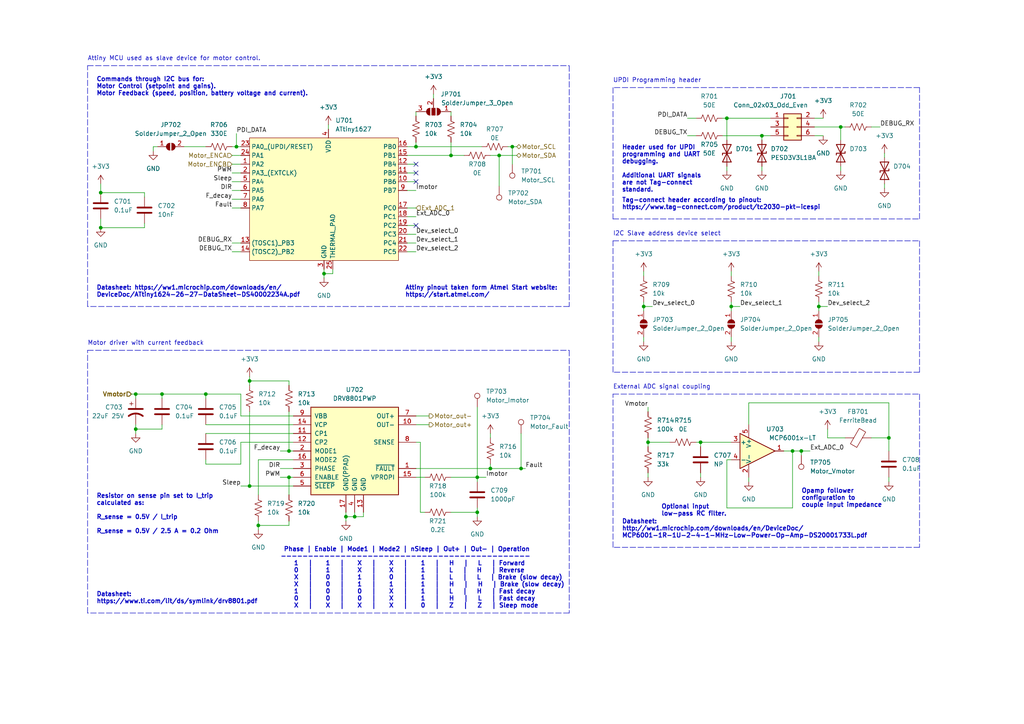
<source format=kicad_sch>
(kicad_sch (version 20211123) (generator eeschema)

  (uuid a925e0f6-4859-4642-9f76-07c855d39a39)

  (paper "A4")

  (title_block
    (title "Thesis Proyect Luis Ernesto Fdez")
    (date "2022-03-17")
    (rev "A")
    (company "Universidad Autónoma de Querétaro")
    (comment 1 "external sensors and LEGO mechanical construction elements as educational equipment.")
    (comment 2 "Design implemets a replacement for the LEGO Mindstorms robot controllers for use with")
    (comment 3 "Distributed Open-source as: CC BY-SA 4.0")
  )

  (lib_symbols
    (symbol "Amplifier_Operational:MCP6001x-LT" (pin_names (offset 0.127)) (in_bom yes) (on_board yes)
      (property "Reference" "U" (id 0) (at -1.27 6.35 0)
        (effects (font (size 1.27 1.27)) (justify left))
      )
      (property "Value" "MCP6001x-LT" (id 1) (at -1.27 3.81 0)
        (effects (font (size 1.27 1.27)) (justify left))
      )
      (property "Footprint" "Package_TO_SOT_SMD:SOT-353_SC-70-5" (id 2) (at -2.54 -5.08 0)
        (effects (font (size 1.27 1.27)) (justify left) hide)
      )
      (property "Datasheet" "http://ww1.microchip.com/downloads/en/DeviceDoc/21733j.pdf" (id 3) (at 0 0 0)
        (effects (font (size 1.27 1.27)) hide)
      )
      (property "ki_keywords" "single opamp" (id 4) (at 0 0 0)
        (effects (font (size 1.27 1.27)) hide)
      )
      (property "ki_description" "1 MHz, Low-Power Op Amp, SC-70-5" (id 5) (at 0 0 0)
        (effects (font (size 1.27 1.27)) hide)
      )
      (property "ki_fp_filters" "*SC?70*" (id 6) (at 0 0 0)
        (effects (font (size 1.27 1.27)) hide)
      )
      (symbol "MCP6001x-LT_0_1"
        (polyline
          (pts
            (xy -5.08 5.08)
            (xy 5.08 0)
            (xy -5.08 -5.08)
            (xy -5.08 5.08)
          )
          (stroke (width 0.254) (type default) (color 0 0 0 0))
          (fill (type background))
        )
        (pin power_in line (at -2.54 -7.62 90) (length 3.81)
          (name "V-" (effects (font (size 1.27 1.27))))
          (number "2" (effects (font (size 1.27 1.27))))
        )
        (pin power_in line (at -2.54 7.62 270) (length 3.81)
          (name "V+" (effects (font (size 1.27 1.27))))
          (number "5" (effects (font (size 1.27 1.27))))
        )
      )
      (symbol "MCP6001x-LT_1_1"
        (pin output line (at 7.62 0 180) (length 2.54)
          (name "~" (effects (font (size 1.27 1.27))))
          (number "1" (effects (font (size 1.27 1.27))))
        )
        (pin input line (at -7.62 2.54 0) (length 2.54)
          (name "+" (effects (font (size 1.27 1.27))))
          (number "3" (effects (font (size 1.27 1.27))))
        )
        (pin input line (at -7.62 -2.54 0) (length 2.54)
          (name "-" (effects (font (size 1.27 1.27))))
          (number "4" (effects (font (size 1.27 1.27))))
        )
      )
    )
    (symbol "Attiny:ATtiny1627" (in_bom yes) (on_board yes)
      (property "Reference" "U" (id 0) (at -21.59 19.05 0)
        (effects (font (size 1.27 1.27)))
      )
      (property "Value" "ATtiny1627" (id 1) (at 15.24 -19.05 0)
        (effects (font (size 1.27 1.27)))
      )
      (property "Footprint" "" (id 2) (at 2.54 3.81 0)
        (effects (font (size 1.27 1.27)) hide)
      )
      (property "Datasheet" "" (id 3) (at 2.54 3.81 0)
        (effects (font (size 1.27 1.27)) hide)
      )
      (symbol "ATtiny1627_0_1"
        (rectangle (start -22.86 17.78) (end 20.32 -17.78)
          (stroke (width 0) (type default) (color 0 0 0 0))
          (fill (type background))
        )
      )
      (symbol "ATtiny1627_1_1"
        (pin bidirectional line (at -25.4 10.16 0) (length 2.54)
          (name "PA2" (effects (font (size 1.27 1.27))))
          (number "1" (effects (font (size 1.27 1.27))))
        )
        (pin bidirectional line (at 22.86 5.08 180) (length 2.54)
          (name "PB6" (effects (font (size 1.27 1.27))))
          (number "10" (effects (font (size 1.27 1.27))))
        )
        (pin bidirectional line (at 22.86 7.62 180) (length 2.54)
          (name "PB5" (effects (font (size 1.27 1.27))))
          (number "11" (effects (font (size 1.27 1.27))))
        )
        (pin bidirectional line (at 22.86 10.16 180) (length 2.54)
          (name "PB4" (effects (font (size 1.27 1.27))))
          (number "12" (effects (font (size 1.27 1.27))))
        )
        (pin bidirectional line (at -25.4 -12.7 0) (length 2.54)
          (name "(TOSC1)_PB3" (effects (font (size 1.27 1.27))))
          (number "13" (effects (font (size 1.27 1.27))))
        )
        (pin bidirectional line (at -25.4 -15.24 0) (length 2.54)
          (name "(TOSC2)_PB2" (effects (font (size 1.27 1.27))))
          (number "14" (effects (font (size 1.27 1.27))))
        )
        (pin bidirectional line (at 22.86 12.7 180) (length 2.54)
          (name "PB1" (effects (font (size 1.27 1.27))))
          (number "15" (effects (font (size 1.27 1.27))))
        )
        (pin bidirectional line (at 22.86 15.24 180) (length 2.54)
          (name "PB0" (effects (font (size 1.27 1.27))))
          (number "16" (effects (font (size 1.27 1.27))))
        )
        (pin bidirectional line (at 22.86 -2.54 180) (length 2.54)
          (name "PC0" (effects (font (size 1.27 1.27))))
          (number "17" (effects (font (size 1.27 1.27))))
        )
        (pin bidirectional line (at 22.86 -5.08 180) (length 2.54)
          (name "PC1" (effects (font (size 1.27 1.27))))
          (number "18" (effects (font (size 1.27 1.27))))
        )
        (pin bidirectional line (at 22.86 -7.62 180) (length 2.54)
          (name "PC2" (effects (font (size 1.27 1.27))))
          (number "19" (effects (font (size 1.27 1.27))))
        )
        (pin bidirectional line (at -25.4 7.62 0) (length 2.54)
          (name "PA3_(EXTCLK)" (effects (font (size 1.27 1.27))))
          (number "2" (effects (font (size 1.27 1.27))))
        )
        (pin bidirectional line (at 22.86 -10.16 180) (length 2.54)
          (name "PC3" (effects (font (size 1.27 1.27))))
          (number "20" (effects (font (size 1.27 1.27))))
        )
        (pin bidirectional line (at 22.86 -12.7 180) (length 2.54)
          (name "PC4" (effects (font (size 1.27 1.27))))
          (number "21" (effects (font (size 1.27 1.27))))
        )
        (pin bidirectional line (at 22.86 -15.24 180) (length 2.54)
          (name "PC5" (effects (font (size 1.27 1.27))))
          (number "22" (effects (font (size 1.27 1.27))))
        )
        (pin bidirectional line (at -25.4 15.24 0) (length 2.54)
          (name "PA0_(UPDI/RESET)" (effects (font (size 1.27 1.27))))
          (number "23" (effects (font (size 1.27 1.27))))
        )
        (pin bidirectional line (at -25.4 12.7 0) (length 2.54)
          (name "PA1" (effects (font (size 1.27 1.27))))
          (number "24" (effects (font (size 1.27 1.27))))
        )
        (pin power_in line (at 1.27 -20.32 90) (length 2.54)
          (name "THERMAL_PAD" (effects (font (size 1.27 1.27))))
          (number "25" (effects (font (size 1.27 1.27))))
        )
        (pin power_in line (at -1.27 -20.32 90) (length 2.54)
          (name "GND" (effects (font (size 1.27 1.27))))
          (number "3" (effects (font (size 1.27 1.27))))
        )
        (pin power_in line (at 0 20.32 270) (length 2.54)
          (name "VDD" (effects (font (size 1.27 1.27))))
          (number "4" (effects (font (size 1.27 1.27))))
        )
        (pin bidirectional line (at -25.4 5.08 0) (length 2.54)
          (name "PA4" (effects (font (size 1.27 1.27))))
          (number "5" (effects (font (size 1.27 1.27))))
        )
        (pin bidirectional line (at -25.4 2.54 0) (length 2.54)
          (name "PA5" (effects (font (size 1.27 1.27))))
          (number "6" (effects (font (size 1.27 1.27))))
        )
        (pin bidirectional line (at -25.4 0 0) (length 2.54)
          (name "PA6" (effects (font (size 1.27 1.27))))
          (number "7" (effects (font (size 1.27 1.27))))
        )
        (pin bidirectional line (at -25.4 -2.54 0) (length 2.54)
          (name "PA7" (effects (font (size 1.27 1.27))))
          (number "8" (effects (font (size 1.27 1.27))))
        )
        (pin bidirectional line (at 22.86 2.54 180) (length 2.54)
          (name "PB7" (effects (font (size 1.27 1.27))))
          (number "9" (effects (font (size 1.27 1.27))))
        )
      )
    )
    (symbol "Connector:TestPoint" (pin_numbers hide) (pin_names (offset 0.762) hide) (in_bom yes) (on_board yes)
      (property "Reference" "TP" (id 0) (at 0 6.858 0)
        (effects (font (size 1.27 1.27)))
      )
      (property "Value" "TestPoint" (id 1) (at 0 5.08 0)
        (effects (font (size 1.27 1.27)))
      )
      (property "Footprint" "" (id 2) (at 5.08 0 0)
        (effects (font (size 1.27 1.27)) hide)
      )
      (property "Datasheet" "~" (id 3) (at 5.08 0 0)
        (effects (font (size 1.27 1.27)) hide)
      )
      (property "ki_keywords" "test point tp" (id 4) (at 0 0 0)
        (effects (font (size 1.27 1.27)) hide)
      )
      (property "ki_description" "test point" (id 5) (at 0 0 0)
        (effects (font (size 1.27 1.27)) hide)
      )
      (property "ki_fp_filters" "Pin* Test*" (id 6) (at 0 0 0)
        (effects (font (size 1.27 1.27)) hide)
      )
      (symbol "TestPoint_0_1"
        (circle (center 0 3.302) (radius 0.762)
          (stroke (width 0) (type default) (color 0 0 0 0))
          (fill (type none))
        )
      )
      (symbol "TestPoint_1_1"
        (pin passive line (at 0 0 90) (length 2.54)
          (name "1" (effects (font (size 1.27 1.27))))
          (number "1" (effects (font (size 1.27 1.27))))
        )
      )
    )
    (symbol "Connector_Generic:Conn_02x03_Odd_Even" (pin_names (offset 1.016) hide) (in_bom yes) (on_board yes)
      (property "Reference" "J" (id 0) (at 1.27 5.08 0)
        (effects (font (size 1.27 1.27)))
      )
      (property "Value" "Conn_02x03_Odd_Even" (id 1) (at 1.27 -5.08 0)
        (effects (font (size 1.27 1.27)))
      )
      (property "Footprint" "" (id 2) (at 0 0 0)
        (effects (font (size 1.27 1.27)) hide)
      )
      (property "Datasheet" "~" (id 3) (at 0 0 0)
        (effects (font (size 1.27 1.27)) hide)
      )
      (property "ki_keywords" "connector" (id 4) (at 0 0 0)
        (effects (font (size 1.27 1.27)) hide)
      )
      (property "ki_description" "Generic connector, double row, 02x03, odd/even pin numbering scheme (row 1 odd numbers, row 2 even numbers), script generated (kicad-library-utils/schlib/autogen/connector/)" (id 5) (at 0 0 0)
        (effects (font (size 1.27 1.27)) hide)
      )
      (property "ki_fp_filters" "Connector*:*_2x??_*" (id 6) (at 0 0 0)
        (effects (font (size 1.27 1.27)) hide)
      )
      (symbol "Conn_02x03_Odd_Even_1_1"
        (rectangle (start -1.27 -2.413) (end 0 -2.667)
          (stroke (width 0.1524) (type default) (color 0 0 0 0))
          (fill (type none))
        )
        (rectangle (start -1.27 0.127) (end 0 -0.127)
          (stroke (width 0.1524) (type default) (color 0 0 0 0))
          (fill (type none))
        )
        (rectangle (start -1.27 2.667) (end 0 2.413)
          (stroke (width 0.1524) (type default) (color 0 0 0 0))
          (fill (type none))
        )
        (rectangle (start -1.27 3.81) (end 3.81 -3.81)
          (stroke (width 0.254) (type default) (color 0 0 0 0))
          (fill (type background))
        )
        (rectangle (start 3.81 -2.413) (end 2.54 -2.667)
          (stroke (width 0.1524) (type default) (color 0 0 0 0))
          (fill (type none))
        )
        (rectangle (start 3.81 0.127) (end 2.54 -0.127)
          (stroke (width 0.1524) (type default) (color 0 0 0 0))
          (fill (type none))
        )
        (rectangle (start 3.81 2.667) (end 2.54 2.413)
          (stroke (width 0.1524) (type default) (color 0 0 0 0))
          (fill (type none))
        )
        (pin passive line (at -5.08 2.54 0) (length 3.81)
          (name "Pin_1" (effects (font (size 1.27 1.27))))
          (number "1" (effects (font (size 1.27 1.27))))
        )
        (pin passive line (at 7.62 2.54 180) (length 3.81)
          (name "Pin_2" (effects (font (size 1.27 1.27))))
          (number "2" (effects (font (size 1.27 1.27))))
        )
        (pin passive line (at -5.08 0 0) (length 3.81)
          (name "Pin_3" (effects (font (size 1.27 1.27))))
          (number "3" (effects (font (size 1.27 1.27))))
        )
        (pin passive line (at 7.62 0 180) (length 3.81)
          (name "Pin_4" (effects (font (size 1.27 1.27))))
          (number "4" (effects (font (size 1.27 1.27))))
        )
        (pin passive line (at -5.08 -2.54 0) (length 3.81)
          (name "Pin_5" (effects (font (size 1.27 1.27))))
          (number "5" (effects (font (size 1.27 1.27))))
        )
        (pin passive line (at 7.62 -2.54 180) (length 3.81)
          (name "Pin_6" (effects (font (size 1.27 1.27))))
          (number "6" (effects (font (size 1.27 1.27))))
        )
      )
    )
    (symbol "Device:C" (pin_numbers hide) (pin_names (offset 0.254)) (in_bom yes) (on_board yes)
      (property "Reference" "C" (id 0) (at 0.635 2.54 0)
        (effects (font (size 1.27 1.27)) (justify left))
      )
      (property "Value" "C" (id 1) (at 0.635 -2.54 0)
        (effects (font (size 1.27 1.27)) (justify left))
      )
      (property "Footprint" "" (id 2) (at 0.9652 -3.81 0)
        (effects (font (size 1.27 1.27)) hide)
      )
      (property "Datasheet" "~" (id 3) (at 0 0 0)
        (effects (font (size 1.27 1.27)) hide)
      )
      (property "ki_keywords" "cap capacitor" (id 4) (at 0 0 0)
        (effects (font (size 1.27 1.27)) hide)
      )
      (property "ki_description" "Unpolarized capacitor" (id 5) (at 0 0 0)
        (effects (font (size 1.27 1.27)) hide)
      )
      (property "ki_fp_filters" "C_*" (id 6) (at 0 0 0)
        (effects (font (size 1.27 1.27)) hide)
      )
      (symbol "C_0_1"
        (polyline
          (pts
            (xy -2.032 -0.762)
            (xy 2.032 -0.762)
          )
          (stroke (width 0.508) (type default) (color 0 0 0 0))
          (fill (type none))
        )
        (polyline
          (pts
            (xy -2.032 0.762)
            (xy 2.032 0.762)
          )
          (stroke (width 0.508) (type default) (color 0 0 0 0))
          (fill (type none))
        )
      )
      (symbol "C_1_1"
        (pin passive line (at 0 3.81 270) (length 2.794)
          (name "~" (effects (font (size 1.27 1.27))))
          (number "1" (effects (font (size 1.27 1.27))))
        )
        (pin passive line (at 0 -3.81 90) (length 2.794)
          (name "~" (effects (font (size 1.27 1.27))))
          (number "2" (effects (font (size 1.27 1.27))))
        )
      )
    )
    (symbol "Device:C_Polarized_US" (pin_numbers hide) (pin_names (offset 0.254) hide) (in_bom yes) (on_board yes)
      (property "Reference" "C" (id 0) (at 0.635 2.54 0)
        (effects (font (size 1.27 1.27)) (justify left))
      )
      (property "Value" "C_Polarized_US" (id 1) (at 0.635 -2.54 0)
        (effects (font (size 1.27 1.27)) (justify left))
      )
      (property "Footprint" "" (id 2) (at 0 0 0)
        (effects (font (size 1.27 1.27)) hide)
      )
      (property "Datasheet" "~" (id 3) (at 0 0 0)
        (effects (font (size 1.27 1.27)) hide)
      )
      (property "ki_keywords" "cap capacitor" (id 4) (at 0 0 0)
        (effects (font (size 1.27 1.27)) hide)
      )
      (property "ki_description" "Polarized capacitor, US symbol" (id 5) (at 0 0 0)
        (effects (font (size 1.27 1.27)) hide)
      )
      (property "ki_fp_filters" "CP_*" (id 6) (at 0 0 0)
        (effects (font (size 1.27 1.27)) hide)
      )
      (symbol "C_Polarized_US_0_1"
        (polyline
          (pts
            (xy -2.032 0.762)
            (xy 2.032 0.762)
          )
          (stroke (width 0.508) (type default) (color 0 0 0 0))
          (fill (type none))
        )
        (polyline
          (pts
            (xy -1.778 2.286)
            (xy -0.762 2.286)
          )
          (stroke (width 0) (type default) (color 0 0 0 0))
          (fill (type none))
        )
        (polyline
          (pts
            (xy -1.27 1.778)
            (xy -1.27 2.794)
          )
          (stroke (width 0) (type default) (color 0 0 0 0))
          (fill (type none))
        )
        (arc (start 2.032 -1.27) (mid 0 -0.5572) (end -2.032 -1.27)
          (stroke (width 0.508) (type default) (color 0 0 0 0))
          (fill (type none))
        )
      )
      (symbol "C_Polarized_US_1_1"
        (pin passive line (at 0 3.81 270) (length 2.794)
          (name "~" (effects (font (size 1.27 1.27))))
          (number "1" (effects (font (size 1.27 1.27))))
        )
        (pin passive line (at 0 -3.81 90) (length 3.302)
          (name "~" (effects (font (size 1.27 1.27))))
          (number "2" (effects (font (size 1.27 1.27))))
        )
      )
    )
    (symbol "Device:D_TVS" (pin_numbers hide) (pin_names (offset 1.016) hide) (in_bom yes) (on_board yes)
      (property "Reference" "D" (id 0) (at 0 2.54 0)
        (effects (font (size 1.27 1.27)))
      )
      (property "Value" "D_TVS" (id 1) (at 0 -2.54 0)
        (effects (font (size 1.27 1.27)))
      )
      (property "Footprint" "" (id 2) (at 0 0 0)
        (effects (font (size 1.27 1.27)) hide)
      )
      (property "Datasheet" "~" (id 3) (at 0 0 0)
        (effects (font (size 1.27 1.27)) hide)
      )
      (property "ki_keywords" "diode TVS thyrector" (id 4) (at 0 0 0)
        (effects (font (size 1.27 1.27)) hide)
      )
      (property "ki_description" "Bidirectional transient-voltage-suppression diode" (id 5) (at 0 0 0)
        (effects (font (size 1.27 1.27)) hide)
      )
      (property "ki_fp_filters" "TO-???* *_Diode_* *SingleDiode* D_*" (id 6) (at 0 0 0)
        (effects (font (size 1.27 1.27)) hide)
      )
      (symbol "D_TVS_0_1"
        (polyline
          (pts
            (xy 1.27 0)
            (xy -1.27 0)
          )
          (stroke (width 0) (type default) (color 0 0 0 0))
          (fill (type none))
        )
        (polyline
          (pts
            (xy 0.508 1.27)
            (xy 0 1.27)
            (xy 0 -1.27)
            (xy -0.508 -1.27)
          )
          (stroke (width 0.254) (type default) (color 0 0 0 0))
          (fill (type none))
        )
        (polyline
          (pts
            (xy -2.54 1.27)
            (xy -2.54 -1.27)
            (xy 2.54 1.27)
            (xy 2.54 -1.27)
            (xy -2.54 1.27)
          )
          (stroke (width 0.254) (type default) (color 0 0 0 0))
          (fill (type none))
        )
      )
      (symbol "D_TVS_1_1"
        (pin passive line (at -3.81 0 0) (length 2.54)
          (name "A1" (effects (font (size 1.27 1.27))))
          (number "1" (effects (font (size 1.27 1.27))))
        )
        (pin passive line (at 3.81 0 180) (length 2.54)
          (name "A2" (effects (font (size 1.27 1.27))))
          (number "2" (effects (font (size 1.27 1.27))))
        )
      )
    )
    (symbol "Device:FerriteBead" (pin_numbers hide) (pin_names (offset 0)) (in_bom yes) (on_board yes)
      (property "Reference" "FB" (id 0) (at -3.81 0.635 90)
        (effects (font (size 1.27 1.27)))
      )
      (property "Value" "FerriteBead" (id 1) (at 3.81 0 90)
        (effects (font (size 1.27 1.27)))
      )
      (property "Footprint" "" (id 2) (at -1.778 0 90)
        (effects (font (size 1.27 1.27)) hide)
      )
      (property "Datasheet" "~" (id 3) (at 0 0 0)
        (effects (font (size 1.27 1.27)) hide)
      )
      (property "ki_keywords" "L ferrite bead inductor filter" (id 4) (at 0 0 0)
        (effects (font (size 1.27 1.27)) hide)
      )
      (property "ki_description" "Ferrite bead" (id 5) (at 0 0 0)
        (effects (font (size 1.27 1.27)) hide)
      )
      (property "ki_fp_filters" "Inductor_* L_* *Ferrite*" (id 6) (at 0 0 0)
        (effects (font (size 1.27 1.27)) hide)
      )
      (symbol "FerriteBead_0_1"
        (polyline
          (pts
            (xy 0 -1.27)
            (xy 0 -1.2192)
          )
          (stroke (width 0) (type default) (color 0 0 0 0))
          (fill (type none))
        )
        (polyline
          (pts
            (xy 0 1.27)
            (xy 0 1.2954)
          )
          (stroke (width 0) (type default) (color 0 0 0 0))
          (fill (type none))
        )
        (polyline
          (pts
            (xy -2.7686 0.4064)
            (xy -1.7018 2.2606)
            (xy 2.7686 -0.3048)
            (xy 1.6764 -2.159)
            (xy -2.7686 0.4064)
          )
          (stroke (width 0) (type default) (color 0 0 0 0))
          (fill (type none))
        )
      )
      (symbol "FerriteBead_1_1"
        (pin passive line (at 0 3.81 270) (length 2.54)
          (name "~" (effects (font (size 1.27 1.27))))
          (number "1" (effects (font (size 1.27 1.27))))
        )
        (pin passive line (at 0 -3.81 90) (length 2.54)
          (name "~" (effects (font (size 1.27 1.27))))
          (number "2" (effects (font (size 1.27 1.27))))
        )
      )
    )
    (symbol "Device:R_US" (pin_numbers hide) (pin_names (offset 0)) (in_bom yes) (on_board yes)
      (property "Reference" "R" (id 0) (at 2.54 0 90)
        (effects (font (size 1.27 1.27)))
      )
      (property "Value" "R_US" (id 1) (at -2.54 0 90)
        (effects (font (size 1.27 1.27)))
      )
      (property "Footprint" "" (id 2) (at 1.016 -0.254 90)
        (effects (font (size 1.27 1.27)) hide)
      )
      (property "Datasheet" "~" (id 3) (at 0 0 0)
        (effects (font (size 1.27 1.27)) hide)
      )
      (property "ki_keywords" "R res resistor" (id 4) (at 0 0 0)
        (effects (font (size 1.27 1.27)) hide)
      )
      (property "ki_description" "Resistor, US symbol" (id 5) (at 0 0 0)
        (effects (font (size 1.27 1.27)) hide)
      )
      (property "ki_fp_filters" "R_*" (id 6) (at 0 0 0)
        (effects (font (size 1.27 1.27)) hide)
      )
      (symbol "R_US_0_1"
        (polyline
          (pts
            (xy 0 -2.286)
            (xy 0 -2.54)
          )
          (stroke (width 0) (type default) (color 0 0 0 0))
          (fill (type none))
        )
        (polyline
          (pts
            (xy 0 2.286)
            (xy 0 2.54)
          )
          (stroke (width 0) (type default) (color 0 0 0 0))
          (fill (type none))
        )
        (polyline
          (pts
            (xy 0 -0.762)
            (xy 1.016 -1.143)
            (xy 0 -1.524)
            (xy -1.016 -1.905)
            (xy 0 -2.286)
          )
          (stroke (width 0) (type default) (color 0 0 0 0))
          (fill (type none))
        )
        (polyline
          (pts
            (xy 0 0.762)
            (xy 1.016 0.381)
            (xy 0 0)
            (xy -1.016 -0.381)
            (xy 0 -0.762)
          )
          (stroke (width 0) (type default) (color 0 0 0 0))
          (fill (type none))
        )
        (polyline
          (pts
            (xy 0 2.286)
            (xy 1.016 1.905)
            (xy 0 1.524)
            (xy -1.016 1.143)
            (xy 0 0.762)
          )
          (stroke (width 0) (type default) (color 0 0 0 0))
          (fill (type none))
        )
      )
      (symbol "R_US_1_1"
        (pin passive line (at 0 3.81 270) (length 1.27)
          (name "~" (effects (font (size 1.27 1.27))))
          (number "1" (effects (font (size 1.27 1.27))))
        )
        (pin passive line (at 0 -3.81 90) (length 1.27)
          (name "~" (effects (font (size 1.27 1.27))))
          (number "2" (effects (font (size 1.27 1.27))))
        )
      )
    )
    (symbol "Driver_Motor:DRV8801PWP" (pin_names (offset 1.016)) (in_bom yes) (on_board yes)
      (property "Reference" "U" (id 0) (at -12.7 16.51 0)
        (effects (font (size 1.27 1.27)) (justify left))
      )
      (property "Value" "DRV8801PWP" (id 1) (at -12.7 13.97 0)
        (effects (font (size 1.27 1.27)) (justify left))
      )
      (property "Footprint" "Package_SO:HTSSOP-16-1EP_4.4x5mm_P0.65mm_EP3.4x5mm_Mask3x3mm_ThermalVias" (id 2) (at 30.48 13.97 0)
        (effects (font (size 1.27 1.27)) hide)
      )
      (property "Datasheet" "http://www.ti.com/lit/ds/symlink/drv8801.pdf" (id 3) (at 1.27 22.86 0)
        (effects (font (size 1.27 1.27)) hide)
      )
      (property "ki_keywords" "H-Bridge Motor Driver" (id 4) (at 0 0 0)
        (effects (font (size 1.27 1.27)) hide)
      )
      (property "ki_description" "H-Bridge Motor Driver, TSSOP-16" (id 5) (at 0 0 0)
        (effects (font (size 1.27 1.27)) hide)
      )
      (property "ki_fp_filters" "*TSSOP*4.4x5mm*P0.65mm*" (id 6) (at 0 0 0)
        (effects (font (size 1.27 1.27)) hide)
      )
      (symbol "DRV8801PWP_0_1"
        (rectangle (start -12.7 12.7) (end 12.7 -12.7)
          (stroke (width 0.254) (type default) (color 0 0 0 0))
          (fill (type background))
        )
      )
      (symbol "DRV8801PWP_1_1"
        (pin open_collector line (at 17.78 -5.08 180) (length 5.08)
          (name "~{FAULT}" (effects (font (size 1.27 1.27))))
          (number "1" (effects (font (size 1.27 1.27))))
        )
        (pin power_out line (at 17.78 7.62 180) (length 5.08)
          (name "OUT-" (effects (font (size 1.27 1.27))))
          (number "10" (effects (font (size 1.27 1.27))))
        )
        (pin power_in line (at -17.78 5.08 0) (length 5.08)
          (name "CP1" (effects (font (size 1.27 1.27))))
          (number "11" (effects (font (size 1.27 1.27))))
        )
        (pin power_in line (at -17.78 2.54 0) (length 5.08)
          (name "CP2" (effects (font (size 1.27 1.27))))
          (number "12" (effects (font (size 1.27 1.27))))
        )
        (pin power_in line (at 2.54 -17.78 90) (length 5.08)
          (name "GND" (effects (font (size 1.27 1.27))))
          (number "13" (effects (font (size 1.27 1.27))))
        )
        (pin power_in line (at -17.78 7.62 0) (length 5.08)
          (name "VCP" (effects (font (size 1.27 1.27))))
          (number "14" (effects (font (size 1.27 1.27))))
        )
        (pin output line (at 17.78 -7.62 180) (length 5.08)
          (name "VPROPI" (effects (font (size 1.27 1.27))))
          (number "15" (effects (font (size 1.27 1.27))))
        )
        (pin input line (at -17.78 -2.54 0) (length 5.08)
          (name "MODE2" (effects (font (size 1.27 1.27))))
          (number "16" (effects (font (size 1.27 1.27))))
        )
        (pin power_in line (at -2.54 -17.78 90) (length 5.08)
          (name "GND(PPAD)" (effects (font (size 1.27 1.27))))
          (number "17" (effects (font (size 1.27 1.27))))
        )
        (pin input line (at -17.78 0 0) (length 5.08)
          (name "MODE1" (effects (font (size 1.27 1.27))))
          (number "2" (effects (font (size 1.27 1.27))))
        )
        (pin input line (at -17.78 -5.08 0) (length 5.08)
          (name "PHASE" (effects (font (size 1.27 1.27))))
          (number "3" (effects (font (size 1.27 1.27))))
        )
        (pin power_in line (at 0 -17.78 90) (length 5.08)
          (name "GND" (effects (font (size 1.27 1.27))))
          (number "4" (effects (font (size 1.27 1.27))))
        )
        (pin input line (at -17.78 -10.16 0) (length 5.08)
          (name "~{SLEEP}" (effects (font (size 1.27 1.27))))
          (number "5" (effects (font (size 1.27 1.27))))
        )
        (pin input line (at -17.78 -7.62 0) (length 5.08)
          (name "ENABLE" (effects (font (size 1.27 1.27))))
          (number "6" (effects (font (size 1.27 1.27))))
        )
        (pin power_out line (at 17.78 10.16 180) (length 5.08)
          (name "OUT+" (effects (font (size 1.27 1.27))))
          (number "7" (effects (font (size 1.27 1.27))))
        )
        (pin power_out line (at 17.78 2.54 180) (length 5.08)
          (name "SENSE" (effects (font (size 1.27 1.27))))
          (number "8" (effects (font (size 1.27 1.27))))
        )
        (pin power_in line (at -17.78 10.16 0) (length 5.08)
          (name "VBB" (effects (font (size 1.27 1.27))))
          (number "9" (effects (font (size 1.27 1.27))))
        )
      )
    )
    (symbol "Jumper:SolderJumper_2_Open" (pin_names (offset 0) hide) (in_bom yes) (on_board yes)
      (property "Reference" "JP" (id 0) (at 0 2.032 0)
        (effects (font (size 1.27 1.27)))
      )
      (property "Value" "SolderJumper_2_Open" (id 1) (at 0 -2.54 0)
        (effects (font (size 1.27 1.27)))
      )
      (property "Footprint" "" (id 2) (at 0 0 0)
        (effects (font (size 1.27 1.27)) hide)
      )
      (property "Datasheet" "~" (id 3) (at 0 0 0)
        (effects (font (size 1.27 1.27)) hide)
      )
      (property "ki_keywords" "solder jumper SPST" (id 4) (at 0 0 0)
        (effects (font (size 1.27 1.27)) hide)
      )
      (property "ki_description" "Solder Jumper, 2-pole, open" (id 5) (at 0 0 0)
        (effects (font (size 1.27 1.27)) hide)
      )
      (property "ki_fp_filters" "SolderJumper*Open*" (id 6) (at 0 0 0)
        (effects (font (size 1.27 1.27)) hide)
      )
      (symbol "SolderJumper_2_Open_0_1"
        (arc (start -0.254 1.016) (mid -1.27 0) (end -0.254 -1.016)
          (stroke (width 0) (type default) (color 0 0 0 0))
          (fill (type none))
        )
        (arc (start -0.254 1.016) (mid -1.27 0) (end -0.254 -1.016)
          (stroke (width 0) (type default) (color 0 0 0 0))
          (fill (type outline))
        )
        (polyline
          (pts
            (xy -0.254 1.016)
            (xy -0.254 -1.016)
          )
          (stroke (width 0) (type default) (color 0 0 0 0))
          (fill (type none))
        )
        (polyline
          (pts
            (xy 0.254 1.016)
            (xy 0.254 -1.016)
          )
          (stroke (width 0) (type default) (color 0 0 0 0))
          (fill (type none))
        )
        (arc (start 0.254 -1.016) (mid 1.27 0) (end 0.254 1.016)
          (stroke (width 0) (type default) (color 0 0 0 0))
          (fill (type none))
        )
        (arc (start 0.254 -1.016) (mid 1.27 0) (end 0.254 1.016)
          (stroke (width 0) (type default) (color 0 0 0 0))
          (fill (type outline))
        )
      )
      (symbol "SolderJumper_2_Open_1_1"
        (pin passive line (at -3.81 0 0) (length 2.54)
          (name "A" (effects (font (size 1.27 1.27))))
          (number "1" (effects (font (size 1.27 1.27))))
        )
        (pin passive line (at 3.81 0 180) (length 2.54)
          (name "B" (effects (font (size 1.27 1.27))))
          (number "2" (effects (font (size 1.27 1.27))))
        )
      )
    )
    (symbol "Jumper:SolderJumper_3_Open" (pin_names (offset 0) hide) (in_bom yes) (on_board yes)
      (property "Reference" "JP" (id 0) (at -2.54 -2.54 0)
        (effects (font (size 1.27 1.27)))
      )
      (property "Value" "SolderJumper_3_Open" (id 1) (at 0 2.794 0)
        (effects (font (size 1.27 1.27)))
      )
      (property "Footprint" "" (id 2) (at 0 0 0)
        (effects (font (size 1.27 1.27)) hide)
      )
      (property "Datasheet" "~" (id 3) (at 0 0 0)
        (effects (font (size 1.27 1.27)) hide)
      )
      (property "ki_keywords" "Solder Jumper SPDT" (id 4) (at 0 0 0)
        (effects (font (size 1.27 1.27)) hide)
      )
      (property "ki_description" "Solder Jumper, 3-pole, open" (id 5) (at 0 0 0)
        (effects (font (size 1.27 1.27)) hide)
      )
      (property "ki_fp_filters" "SolderJumper*Open*" (id 6) (at 0 0 0)
        (effects (font (size 1.27 1.27)) hide)
      )
      (symbol "SolderJumper_3_Open_0_1"
        (arc (start -1.016 1.016) (mid -2.032 0) (end -1.016 -1.016)
          (stroke (width 0) (type default) (color 0 0 0 0))
          (fill (type none))
        )
        (arc (start -1.016 1.016) (mid -2.032 0) (end -1.016 -1.016)
          (stroke (width 0) (type default) (color 0 0 0 0))
          (fill (type outline))
        )
        (rectangle (start -0.508 1.016) (end 0.508 -1.016)
          (stroke (width 0) (type default) (color 0 0 0 0))
          (fill (type outline))
        )
        (polyline
          (pts
            (xy -2.54 0)
            (xy -2.032 0)
          )
          (stroke (width 0) (type default) (color 0 0 0 0))
          (fill (type none))
        )
        (polyline
          (pts
            (xy -1.016 1.016)
            (xy -1.016 -1.016)
          )
          (stroke (width 0) (type default) (color 0 0 0 0))
          (fill (type none))
        )
        (polyline
          (pts
            (xy 0 -1.27)
            (xy 0 -1.016)
          )
          (stroke (width 0) (type default) (color 0 0 0 0))
          (fill (type none))
        )
        (polyline
          (pts
            (xy 1.016 1.016)
            (xy 1.016 -1.016)
          )
          (stroke (width 0) (type default) (color 0 0 0 0))
          (fill (type none))
        )
        (polyline
          (pts
            (xy 2.54 0)
            (xy 2.032 0)
          )
          (stroke (width 0) (type default) (color 0 0 0 0))
          (fill (type none))
        )
        (arc (start 1.016 -1.016) (mid 2.032 0) (end 1.016 1.016)
          (stroke (width 0) (type default) (color 0 0 0 0))
          (fill (type none))
        )
        (arc (start 1.016 -1.016) (mid 2.032 0) (end 1.016 1.016)
          (stroke (width 0) (type default) (color 0 0 0 0))
          (fill (type outline))
        )
      )
      (symbol "SolderJumper_3_Open_1_1"
        (pin passive line (at -5.08 0 0) (length 2.54)
          (name "A" (effects (font (size 1.27 1.27))))
          (number "1" (effects (font (size 1.27 1.27))))
        )
        (pin passive line (at 0 -3.81 90) (length 2.54)
          (name "C" (effects (font (size 1.27 1.27))))
          (number "2" (effects (font (size 1.27 1.27))))
        )
        (pin passive line (at 5.08 0 180) (length 2.54)
          (name "B" (effects (font (size 1.27 1.27))))
          (number "3" (effects (font (size 1.27 1.27))))
        )
      )
    )
    (symbol "power:+3.3V" (power) (pin_names (offset 0)) (in_bom yes) (on_board yes)
      (property "Reference" "#PWR" (id 0) (at 0 -3.81 0)
        (effects (font (size 1.27 1.27)) hide)
      )
      (property "Value" "+3.3V" (id 1) (at 0 3.556 0)
        (effects (font (size 1.27 1.27)))
      )
      (property "Footprint" "" (id 2) (at 0 0 0)
        (effects (font (size 1.27 1.27)) hide)
      )
      (property "Datasheet" "" (id 3) (at 0 0 0)
        (effects (font (size 1.27 1.27)) hide)
      )
      (property "ki_keywords" "power-flag" (id 4) (at 0 0 0)
        (effects (font (size 1.27 1.27)) hide)
      )
      (property "ki_description" "Power symbol creates a global label with name \"+3.3V\"" (id 5) (at 0 0 0)
        (effects (font (size 1.27 1.27)) hide)
      )
      (symbol "+3.3V_0_1"
        (polyline
          (pts
            (xy -0.762 1.27)
            (xy 0 2.54)
          )
          (stroke (width 0) (type default) (color 0 0 0 0))
          (fill (type none))
        )
        (polyline
          (pts
            (xy 0 0)
            (xy 0 2.54)
          )
          (stroke (width 0) (type default) (color 0 0 0 0))
          (fill (type none))
        )
        (polyline
          (pts
            (xy 0 2.54)
            (xy 0.762 1.27)
          )
          (stroke (width 0) (type default) (color 0 0 0 0))
          (fill (type none))
        )
      )
      (symbol "+3.3V_1_1"
        (pin power_in line (at 0 0 90) (length 0) hide
          (name "+3V3" (effects (font (size 1.27 1.27))))
          (number "1" (effects (font (size 1.27 1.27))))
        )
      )
    )
    (symbol "power:GND" (power) (pin_names (offset 0)) (in_bom yes) (on_board yes)
      (property "Reference" "#PWR" (id 0) (at 0 -6.35 0)
        (effects (font (size 1.27 1.27)) hide)
      )
      (property "Value" "GND" (id 1) (at 0 -3.81 0)
        (effects (font (size 1.27 1.27)))
      )
      (property "Footprint" "" (id 2) (at 0 0 0)
        (effects (font (size 1.27 1.27)) hide)
      )
      (property "Datasheet" "" (id 3) (at 0 0 0)
        (effects (font (size 1.27 1.27)) hide)
      )
      (property "ki_keywords" "power-flag" (id 4) (at 0 0 0)
        (effects (font (size 1.27 1.27)) hide)
      )
      (property "ki_description" "Power symbol creates a global label with name \"GND\" , ground" (id 5) (at 0 0 0)
        (effects (font (size 1.27 1.27)) hide)
      )
      (symbol "GND_0_1"
        (polyline
          (pts
            (xy 0 0)
            (xy 0 -1.27)
            (xy 1.27 -1.27)
            (xy 0 -2.54)
            (xy -1.27 -1.27)
            (xy 0 -1.27)
          )
          (stroke (width 0) (type default) (color 0 0 0 0))
          (fill (type none))
        )
      )
      (symbol "GND_1_1"
        (pin power_in line (at 0 0 270) (length 0) hide
          (name "GND" (effects (font (size 1.27 1.27))))
          (number "1" (effects (font (size 1.27 1.27))))
        )
      )
    )
  )

  (junction (at 120.65 42.545) (diameter 0) (color 0 0 0 0)
    (uuid 0628486a-9a4d-43d4-bdbf-b4dce8cad8cd)
  )
  (junction (at 83.82 138.43) (diameter 0) (color 0 0 0 0)
    (uuid 086cc6e5-b9c5-4997-8fd9-af5892a7f2bf)
  )
  (junction (at 220.98 39.37) (diameter 0) (color 0 0 0 0)
    (uuid 233a5146-d79d-4630-862d-0e95b11288ec)
  )
  (junction (at 39.37 124.46) (diameter 0) (color 0 0 0 0)
    (uuid 24015b8f-bd15-449b-a081-f271f85982a9)
  )
  (junction (at 203.2 128.27) (diameter 0) (color 0 0 0 0)
    (uuid 346ea6f0-40ed-4a4f-8ef4-7ea42f7d3fcf)
  )
  (junction (at 29.21 55.88) (diameter 0) (color 0 0 0 0)
    (uuid 3664aafa-3176-48fa-b6aa-2c50b756cd79)
  )
  (junction (at 210.82 34.29) (diameter 0) (color 0 0 0 0)
    (uuid 3a962919-20cc-4c03-a508-056dd788bd19)
  )
  (junction (at 74.93 152.4) (diameter 0) (color 0 0 0 0)
    (uuid 3c8a3bef-04be-4215-9947-1110986e924b)
  )
  (junction (at 102.87 149.86) (diameter 0) (color 0 0 0 0)
    (uuid 47a6009a-2933-4fdf-94bc-ccdb6bd9094c)
  )
  (junction (at 142.24 135.89) (diameter 0) (color 0 0 0 0)
    (uuid 50966ed6-4f8d-4af1-979a-238c579354af)
  )
  (junction (at 229.87 130.81) (diameter 0) (color 0 0 0 0)
    (uuid 5d502f6c-0b2a-44aa-a10b-683e2de1c001)
  )
  (junction (at 130.81 45.085) (diameter 0) (color 0 0 0 0)
    (uuid 5e9fc0e7-fb7c-44eb-a14d-ceb7eb5a76ca)
  )
  (junction (at 243.84 36.83) (diameter 0) (color 0 0 0 0)
    (uuid 5f976c2a-86e5-45ae-8b83-5bbe0a8843e8)
  )
  (junction (at 138.43 148.59) (diameter 0) (color 0 0 0 0)
    (uuid 654b12ff-ff05-46d9-a5d3-ed2062810990)
  )
  (junction (at 39.37 114.3) (diameter 0) (color 0 0 0 0)
    (uuid 67467e7f-3588-4618-beb6-665ec352272a)
  )
  (junction (at 144.78 45.085) (diameter 0) (color 0 0 0 0)
    (uuid 6b36e3da-a1d3-4df1-93b4-1410fb861198)
  )
  (junction (at 237.49 88.9) (diameter 0) (color 0 0 0 0)
    (uuid 74dded3a-5ba0-4e8a-94b0-62efddf3738a)
  )
  (junction (at 46.99 114.3) (diameter 0) (color 0 0 0 0)
    (uuid 87b94a7d-2607-41d0-876c-4058afcad24d)
  )
  (junction (at 93.98 79.375) (diameter 0) (color 0 0 0 0)
    (uuid 951941c7-eacf-47d5-9713-ecfae48b5299)
  )
  (junction (at 212.09 88.9) (diameter 0) (color 0 0 0 0)
    (uuid a89ba2c2-10c3-448c-82e8-c4a7a8eb5e41)
  )
  (junction (at 72.39 140.97) (diameter 0) (color 0 0 0 0)
    (uuid ba925194-2a39-43ed-ab68-534eb7e63c2e)
  )
  (junction (at 232.41 130.81) (diameter 0) (color 0 0 0 0)
    (uuid c2876573-f55d-4c4d-8489-d5471ee5a0db)
  )
  (junction (at 148.59 42.545) (diameter 0) (color 0 0 0 0)
    (uuid c546e1f0-7d2b-4d09-8d6e-7eef6468db52)
  )
  (junction (at 83.82 130.81) (diameter 0) (color 0 0 0 0)
    (uuid c8fb2f11-dae8-4c6e-a4b2-9e6170810761)
  )
  (junction (at 59.69 114.3) (diameter 0) (color 0 0 0 0)
    (uuid c9b85535-0f98-4c40-be50-acc882bb4bd7)
  )
  (junction (at 187.96 128.27) (diameter 0) (color 0 0 0 0)
    (uuid ced7df92-b0c2-49a7-bf59-e92f37471e44)
  )
  (junction (at 72.39 110.49) (diameter 0) (color 0 0 0 0)
    (uuid d144917b-b112-4219-9af5-83881c76cea4)
  )
  (junction (at 29.21 66.04) (diameter 0) (color 0 0 0 0)
    (uuid dd7bb08b-a795-47d4-80ec-de68cdf0d720)
  )
  (junction (at 186.69 88.9) (diameter 0) (color 0 0 0 0)
    (uuid e2368cb4-0b86-492b-9666-85225ece21e3)
  )
  (junction (at 138.43 138.43) (diameter 0) (color 0 0 0 0)
    (uuid e785de30-1d82-491e-81ad-966622f45bc7)
  )
  (junction (at 151.13 135.89) (diameter 0) (color 0 0 0 0)
    (uuid f42f2aea-2724-4d4d-ba6f-58e7b3a2523d)
  )
  (junction (at 100.33 149.86) (diameter 0) (color 0 0 0 0)
    (uuid f8701e85-f1bf-40cc-8835-da7ebe42dd29)
  )
  (junction (at 68.58 42.545) (diameter 0) (color 0 0 0 0)
    (uuid fa2e2dd7-6e25-4a60-b283-c685d4487ee3)
  )
  (junction (at 257.81 127) (diameter 0) (color 0 0 0 0)
    (uuid fc3230d9-7c47-401e-afdd-e7652078f921)
  )

  (no_connect (at 120.65 52.705) (uuid 402c2470-2ade-432f-b682-a8025e4733dc))
  (no_connect (at 120.65 47.625) (uuid 9b95e0c8-3266-46e6-a870-0ded6b67a35b))
  (no_connect (at 120.65 50.165) (uuid d933854a-a59b-4ff2-bea7-f35800108d59))
  (no_connect (at 120.65 65.405) (uuid e0f6237d-6a78-4859-bcbe-e194a640e099))

  (wire (pts (xy 236.22 36.83) (xy 243.84 36.83))
    (stroke (width 0) (type default) (color 0 0 0 0))
    (uuid 01fa393e-1dc8-4451-a726-9e7f5942c2be)
  )
  (wire (pts (xy 147.32 42.545) (xy 148.59 42.545))
    (stroke (width 0) (type default) (color 0 0 0 0))
    (uuid 03c268e4-4294-4d4e-9cd4-249979b83b0e)
  )
  (wire (pts (xy 118.11 47.625) (xy 120.65 47.625))
    (stroke (width 0) (type default) (color 0 0 0 0))
    (uuid 04a52163-1a40-4b2b-b253-3b8672819cdc)
  )
  (wire (pts (xy 243.84 36.83) (xy 243.84 40.64))
    (stroke (width 0) (type default) (color 0 0 0 0))
    (uuid 06e5ceca-57b5-445c-a6ad-0c06d6311053)
  )
  (wire (pts (xy 187.96 118.11) (xy 187.96 119.38))
    (stroke (width 0) (type default) (color 0 0 0 0))
    (uuid 098c99f3-ccf4-4e5e-9b51-1b3e76e29c85)
  )
  (polyline (pts (xy 266.7 69.85) (xy 266.7 107.95))
    (stroke (width 0) (type default) (color 0 0 0 0))
    (uuid 0b0e699d-6c80-4753-902b-93afd31131cb)
  )
  (polyline (pts (xy 165.1 101.6) (xy 165.1 177.8))
    (stroke (width 0) (type default) (color 0 0 0 0))
    (uuid 0b86133a-64d6-4ce1-9f02-554107cb3126)
  )

  (wire (pts (xy 229.87 130.81) (xy 232.41 130.81))
    (stroke (width 0) (type default) (color 0 0 0 0))
    (uuid 0bf26727-5e6a-4d99-b0e6-7befdfa7e9fd)
  )
  (wire (pts (xy 46.99 124.46) (xy 46.99 123.19))
    (stroke (width 0) (type default) (color 0 0 0 0))
    (uuid 0d248cb3-e588-4deb-891c-d8c56c84d61b)
  )
  (wire (pts (xy 69.85 45.085) (xy 67.31 45.085))
    (stroke (width 0) (type default) (color 0 0 0 0))
    (uuid 0e61579a-2c3f-4b19-9cdf-a342dadb1dbe)
  )
  (wire (pts (xy 67.31 55.245) (xy 69.85 55.245))
    (stroke (width 0) (type default) (color 0 0 0 0))
    (uuid 0eba78c7-3bc6-467c-a4c4-1bae0e217582)
  )
  (wire (pts (xy 186.69 97.79) (xy 186.69 99.06))
    (stroke (width 0) (type default) (color 0 0 0 0))
    (uuid 119c0784-d126-49dc-b11a-bfacdf5efddd)
  )
  (wire (pts (xy 41.91 66.04) (xy 29.21 66.04))
    (stroke (width 0) (type default) (color 0 0 0 0))
    (uuid 13716049-4452-4fc3-a945-a98e66a22b67)
  )
  (wire (pts (xy 240.03 124.46) (xy 240.03 127))
    (stroke (width 0) (type default) (color 0 0 0 0))
    (uuid 1497d80a-2d8a-4ccb-b81f-d8acc4a150cb)
  )
  (wire (pts (xy 144.78 45.085) (xy 149.86 45.085))
    (stroke (width 0) (type default) (color 0 0 0 0))
    (uuid 15a20464-e315-470f-a244-f5df7cb55e29)
  )
  (wire (pts (xy 120.65 135.89) (xy 142.24 135.89))
    (stroke (width 0) (type default) (color 0 0 0 0))
    (uuid 15f0634b-e6fd-45e7-9066-d8b1d08dcc69)
  )
  (wire (pts (xy 68.58 38.735) (xy 68.58 42.545))
    (stroke (width 0) (type default) (color 0 0 0 0))
    (uuid 16513c05-8698-4770-9bbc-68a60c48c566)
  )
  (wire (pts (xy 151.13 125.73) (xy 151.13 135.89))
    (stroke (width 0) (type default) (color 0 0 0 0))
    (uuid 17b3b82d-6f51-4282-9cc4-c6b84a6921aa)
  )
  (wire (pts (xy 187.96 128.27) (xy 194.31 128.27))
    (stroke (width 0) (type default) (color 0 0 0 0))
    (uuid 19beea43-4f02-44fe-9103-92948af358a7)
  )
  (wire (pts (xy 212.09 97.79) (xy 212.09 99.06))
    (stroke (width 0) (type default) (color 0 0 0 0))
    (uuid 19bf2576-1a55-48bc-8f18-87e33e70825b)
  )
  (wire (pts (xy 144.78 45.085) (xy 144.78 53.975))
    (stroke (width 0) (type default) (color 0 0 0 0))
    (uuid 1af2447b-fbfa-41ae-987e-9a52368ef080)
  )
  (wire (pts (xy 72.39 109.22) (xy 72.39 110.49))
    (stroke (width 0) (type default) (color 0 0 0 0))
    (uuid 1bbfe53b-75c1-4669-afea-6fb32c441e77)
  )
  (wire (pts (xy 39.37 114.3) (xy 46.99 114.3))
    (stroke (width 0) (type default) (color 0 0 0 0))
    (uuid 1db1ca49-918b-4aeb-a1f9-d72efe20dac6)
  )
  (wire (pts (xy 83.82 138.43) (xy 85.09 138.43))
    (stroke (width 0) (type default) (color 0 0 0 0))
    (uuid 20ea23c1-33ed-4404-8f75-13ac44e24443)
  )
  (polyline (pts (xy 165.1 88.9) (xy 25.4 88.9))
    (stroke (width 0) (type default) (color 0 0 0 0))
    (uuid 21d537b1-0204-4dec-96e4-41cecbe7b47f)
  )

  (wire (pts (xy 199.39 34.29) (xy 201.93 34.29))
    (stroke (width 0) (type default) (color 0 0 0 0))
    (uuid 21e5de3c-017f-4999-abaf-f02b1ff77770)
  )
  (wire (pts (xy 229.87 147.32) (xy 229.87 130.81))
    (stroke (width 0) (type default) (color 0 0 0 0))
    (uuid 21ef127b-964b-4e7b-b79c-67ea703c6206)
  )
  (polyline (pts (xy 266.7 107.95) (xy 177.8 107.95))
    (stroke (width 0) (type default) (color 0 0 0 0))
    (uuid 2206602e-cf93-4a4d-a0cb-1c9f2170b971)
  )

  (wire (pts (xy 118.11 73.025) (xy 120.65 73.025))
    (stroke (width 0) (type default) (color 0 0 0 0))
    (uuid 238ff8df-c197-47df-8814-8405298e0e5a)
  )
  (wire (pts (xy 72.39 110.49) (xy 72.39 111.76))
    (stroke (width 0) (type default) (color 0 0 0 0))
    (uuid 257b5b19-d197-4065-966c-97d8d8126243)
  )
  (wire (pts (xy 44.45 42.545) (xy 44.45 43.815))
    (stroke (width 0) (type default) (color 0 0 0 0))
    (uuid 282c7b3b-e927-45dc-99cb-93d926370509)
  )
  (wire (pts (xy 210.82 34.29) (xy 210.82 40.64))
    (stroke (width 0) (type default) (color 0 0 0 0))
    (uuid 2916b789-8125-4954-99a4-98e1211e0316)
  )
  (wire (pts (xy 220.98 48.26) (xy 220.98 49.53))
    (stroke (width 0) (type default) (color 0 0 0 0))
    (uuid 29436383-712e-4de3-b061-272db30c9be2)
  )
  (wire (pts (xy 120.65 41.275) (xy 120.65 42.545))
    (stroke (width 0) (type default) (color 0 0 0 0))
    (uuid 2972897a-7fe1-46e2-9215-b40299c87aa7)
  )
  (wire (pts (xy 45.72 42.545) (xy 44.45 42.545))
    (stroke (width 0) (type default) (color 0 0 0 0))
    (uuid 2a3651ce-90a9-474d-b2b7-36a92d4fc588)
  )
  (wire (pts (xy 120.65 123.19) (xy 124.46 123.19))
    (stroke (width 0) (type default) (color 0 0 0 0))
    (uuid 2b973b7f-c3cd-4f99-bc16-688bcf1c8fa0)
  )
  (wire (pts (xy 67.31 42.545) (xy 68.58 42.545))
    (stroke (width 0) (type default) (color 0 0 0 0))
    (uuid 2d4a9b79-bd42-4c73-aa41-a97f0e1be69e)
  )
  (wire (pts (xy 187.96 137.16) (xy 187.96 138.43))
    (stroke (width 0) (type default) (color 0 0 0 0))
    (uuid 2ff733ce-e844-4dd0-b180-887e1143dbc3)
  )
  (wire (pts (xy 105.41 148.59) (xy 105.41 149.86))
    (stroke (width 0) (type default) (color 0 0 0 0))
    (uuid 31413630-51e2-4d4e-8bfd-e4ce2d84e73f)
  )
  (wire (pts (xy 130.81 32.385) (xy 130.81 33.655))
    (stroke (width 0) (type default) (color 0 0 0 0))
    (uuid 3337e3f5-4304-40ab-8a47-4e2cfbbf0bcd)
  )
  (wire (pts (xy 123.19 148.59) (xy 121.92 148.59))
    (stroke (width 0) (type default) (color 0 0 0 0))
    (uuid 33ebbcdd-f078-4d25-83e8-fb188072dc41)
  )
  (wire (pts (xy 256.54 44.45) (xy 256.54 45.72))
    (stroke (width 0) (type default) (color 0 0 0 0))
    (uuid 343b685e-c563-4da6-9489-b9d2356881bf)
  )
  (polyline (pts (xy 25.4 88.9) (xy 25.4 19.05))
    (stroke (width 0) (type default) (color 0 0 0 0))
    (uuid 34b4a616-9bac-4b43-8335-22d89fbcffa4)
  )

  (wire (pts (xy 210.82 34.29) (xy 223.52 34.29))
    (stroke (width 0) (type default) (color 0 0 0 0))
    (uuid 3bd65155-be2f-4641-8dd4-b6e4483016c9)
  )
  (wire (pts (xy 125.73 27.305) (xy 125.73 28.575))
    (stroke (width 0) (type default) (color 0 0 0 0))
    (uuid 3c00b16d-612b-4d7b-9b59-e21248226cce)
  )
  (polyline (pts (xy 177.8 107.95) (xy 177.8 69.85))
    (stroke (width 0) (type default) (color 0 0 0 0))
    (uuid 3cd8cc62-2f92-4b1d-a2c0-301c91b0a717)
  )

  (wire (pts (xy 120.65 42.545) (xy 139.7 42.545))
    (stroke (width 0) (type default) (color 0 0 0 0))
    (uuid 3ce8631a-1073-401c-a2da-8b5829b99583)
  )
  (wire (pts (xy 29.21 55.88) (xy 41.91 55.88))
    (stroke (width 0) (type default) (color 0 0 0 0))
    (uuid 402ba61b-854d-472f-a97a-b5d57b3a0b80)
  )
  (wire (pts (xy 236.22 34.29) (xy 238.76 34.29))
    (stroke (width 0) (type default) (color 0 0 0 0))
    (uuid 41c393ae-60d8-49cc-919f-29eca1c3c050)
  )
  (wire (pts (xy 240.03 127) (xy 245.11 127))
    (stroke (width 0) (type default) (color 0 0 0 0))
    (uuid 426f470a-6468-48ca-a4be-cc81ced0c97b)
  )
  (wire (pts (xy 138.43 148.59) (xy 138.43 149.86))
    (stroke (width 0) (type default) (color 0 0 0 0))
    (uuid 42907fda-f569-4329-9f2b-7c77c37d5bc2)
  )
  (wire (pts (xy 199.39 39.37) (xy 201.93 39.37))
    (stroke (width 0) (type default) (color 0 0 0 0))
    (uuid 43d51ea5-7327-4308-8392-2e2184012695)
  )
  (wire (pts (xy 186.69 87.63) (xy 186.69 88.9))
    (stroke (width 0) (type default) (color 0 0 0 0))
    (uuid 454ed31b-84e9-449b-8318-b0551fa33d37)
  )
  (wire (pts (xy 41.91 57.15) (xy 41.91 55.88))
    (stroke (width 0) (type default) (color 0 0 0 0))
    (uuid 46469e3c-1177-40f5-9fc6-32ac401bd280)
  )
  (wire (pts (xy 232.41 130.81) (xy 232.41 132.08))
    (stroke (width 0) (type default) (color 0 0 0 0))
    (uuid 46f8be57-d45e-461b-8621-e62a2a282a65)
  )
  (wire (pts (xy 85.09 128.27) (xy 69.85 128.27))
    (stroke (width 0) (type default) (color 0 0 0 0))
    (uuid 4944a005-87d3-4241-8fce-a1ab51d14883)
  )
  (wire (pts (xy 223.52 39.37) (xy 220.98 39.37))
    (stroke (width 0) (type default) (color 0 0 0 0))
    (uuid 4b2a74cf-e36c-4c7b-a6de-7a79cb70ffdd)
  )
  (wire (pts (xy 102.87 149.86) (xy 105.41 149.86))
    (stroke (width 0) (type default) (color 0 0 0 0))
    (uuid 4f23acbc-bb12-4101-841e-d74828ec7209)
  )
  (wire (pts (xy 67.31 70.485) (xy 69.85 70.485))
    (stroke (width 0) (type default) (color 0 0 0 0))
    (uuid 4f6019c2-5217-4799-b1a0-1183efaa3bc4)
  )
  (polyline (pts (xy 266.7 114.3) (xy 266.7 158.75))
    (stroke (width 0) (type default) (color 0 0 0 0))
    (uuid 50cbc8ec-364a-44bc-8174-29e3991c2d37)
  )

  (wire (pts (xy 138.43 118.11) (xy 138.43 138.43))
    (stroke (width 0) (type default) (color 0 0 0 0))
    (uuid 511021c3-2da2-40e8-ac2f-958bee80ac34)
  )
  (wire (pts (xy 83.82 130.81) (xy 85.09 130.81))
    (stroke (width 0) (type default) (color 0 0 0 0))
    (uuid 51f7edb9-a9ba-40a7-8a78-0acd786a8c5a)
  )
  (wire (pts (xy 203.2 128.27) (xy 212.09 128.27))
    (stroke (width 0) (type default) (color 0 0 0 0))
    (uuid 522d194a-774e-4e55-928e-595c500c9593)
  )
  (wire (pts (xy 243.84 36.83) (xy 245.11 36.83))
    (stroke (width 0) (type default) (color 0 0 0 0))
    (uuid 52d6cb10-864d-4b08-8583-9b11372a588c)
  )
  (wire (pts (xy 229.87 130.81) (xy 227.33 130.81))
    (stroke (width 0) (type default) (color 0 0 0 0))
    (uuid 53d1e313-be45-487b-bfa9-22ec8e561314)
  )
  (wire (pts (xy 257.81 138.43) (xy 257.81 139.7))
    (stroke (width 0) (type default) (color 0 0 0 0))
    (uuid 54bca274-7a23-4e88-b7d6-5fcbeae632b9)
  )
  (wire (pts (xy 138.43 148.59) (xy 138.43 147.32))
    (stroke (width 0) (type default) (color 0 0 0 0))
    (uuid 558b875a-3bb4-46a4-b88e-c5d9f9c9e763)
  )
  (wire (pts (xy 83.82 111.76) (xy 83.82 110.49))
    (stroke (width 0) (type default) (color 0 0 0 0))
    (uuid 56da3f6b-1026-45e5-9ca4-8ebc8f4cadc0)
  )
  (wire (pts (xy 67.31 50.165) (xy 69.85 50.165))
    (stroke (width 0) (type default) (color 0 0 0 0))
    (uuid 580ec0e3-3fcd-4d06-a76c-e0fc7286b588)
  )
  (wire (pts (xy 59.69 123.19) (xy 85.09 123.19))
    (stroke (width 0) (type default) (color 0 0 0 0))
    (uuid 589ad855-e4a4-4709-b25d-89ca54e3bb29)
  )
  (wire (pts (xy 212.09 133.35) (xy 210.82 133.35))
    (stroke (width 0) (type default) (color 0 0 0 0))
    (uuid 58e544d7-cae7-4034-8402-4e01fac57f76)
  )
  (wire (pts (xy 102.87 148.59) (xy 102.87 149.86))
    (stroke (width 0) (type default) (color 0 0 0 0))
    (uuid 598bd791-2268-4024-beee-a1f643e2c830)
  )
  (polyline (pts (xy 25.4 177.8) (xy 25.4 101.6))
    (stroke (width 0) (type default) (color 0 0 0 0))
    (uuid 5a786e25-8889-4d06-b4a4-a861659caa54)
  )

  (wire (pts (xy 39.37 124.46) (xy 39.37 125.73))
    (stroke (width 0) (type default) (color 0 0 0 0))
    (uuid 5b7bdb8d-81c4-4be4-a6a6-8bcdcd1ec85f)
  )
  (polyline (pts (xy 266.7 158.75) (xy 177.8 158.75))
    (stroke (width 0) (type default) (color 0 0 0 0))
    (uuid 5c317ad2-a0bd-46eb-a366-64df678230a8)
  )

  (wire (pts (xy 130.81 41.275) (xy 130.81 45.085))
    (stroke (width 0) (type default) (color 0 0 0 0))
    (uuid 5fb523f1-301b-4b6f-ba43-009bf105c001)
  )
  (wire (pts (xy 236.22 39.37) (xy 238.76 39.37))
    (stroke (width 0) (type default) (color 0 0 0 0))
    (uuid 609839ca-7a6b-4eab-a3fd-17b505961680)
  )
  (wire (pts (xy 237.49 97.79) (xy 237.49 99.06))
    (stroke (width 0) (type default) (color 0 0 0 0))
    (uuid 61a0ef23-7017-4ea9-a689-c8e091cbf97e)
  )
  (wire (pts (xy 212.09 78.74) (xy 212.09 80.01))
    (stroke (width 0) (type default) (color 0 0 0 0))
    (uuid 627e264b-66bc-4a52-90e3-34a960f8cb72)
  )
  (wire (pts (xy 100.33 149.86) (xy 100.33 151.13))
    (stroke (width 0) (type default) (color 0 0 0 0))
    (uuid 65938e67-29bb-47c2-b796-855ab8dfdc16)
  )
  (wire (pts (xy 83.82 138.43) (xy 83.82 143.51))
    (stroke (width 0) (type default) (color 0 0 0 0))
    (uuid 6788fd7b-00ff-4382-adca-c8ad427b45a2)
  )
  (polyline (pts (xy 266.7 63.5) (xy 266.7 25.4))
    (stroke (width 0) (type default) (color 0 0 0 0))
    (uuid 67954912-66a9-40dd-bc64-b31970780fc0)
  )

  (wire (pts (xy 120.65 138.43) (xy 123.19 138.43))
    (stroke (width 0) (type default) (color 0 0 0 0))
    (uuid 6827b474-6ed5-422b-8616-f4b67e07f625)
  )
  (wire (pts (xy 201.93 128.27) (xy 203.2 128.27))
    (stroke (width 0) (type default) (color 0 0 0 0))
    (uuid 68d3fad5-0138-4485-a1ee-7e294e940c21)
  )
  (wire (pts (xy 53.34 42.545) (xy 59.69 42.545))
    (stroke (width 0) (type default) (color 0 0 0 0))
    (uuid 6b632fad-3638-4378-ac91-1853c6d92855)
  )
  (wire (pts (xy 69.85 128.27) (xy 69.85 134.62))
    (stroke (width 0) (type default) (color 0 0 0 0))
    (uuid 6c7685ef-c169-49c0-8a30-2a00815d0e07)
  )
  (wire (pts (xy 186.69 78.74) (xy 186.69 80.01))
    (stroke (width 0) (type default) (color 0 0 0 0))
    (uuid 6c9fa3b1-634d-4711-9f7a-efa380d07505)
  )
  (wire (pts (xy 69.85 140.97) (xy 72.39 140.97))
    (stroke (width 0) (type default) (color 0 0 0 0))
    (uuid 6d5a72ba-672a-450c-961b-2346b27a8d2e)
  )
  (polyline (pts (xy 266.7 25.4) (xy 177.8 25.4))
    (stroke (width 0) (type default) (color 0 0 0 0))
    (uuid 6e1d92a2-5dde-4a69-8936-0344a9f621d4)
  )

  (wire (pts (xy 81.28 135.89) (xy 85.09 135.89))
    (stroke (width 0) (type default) (color 0 0 0 0))
    (uuid 70e72a1d-c91e-4ff9-9ab6-79b574ec2039)
  )
  (wire (pts (xy 69.85 120.65) (xy 85.09 120.65))
    (stroke (width 0) (type default) (color 0 0 0 0))
    (uuid 70f92bff-96e5-4c7f-8b8b-9c30ce13cdb4)
  )
  (wire (pts (xy 243.84 48.26) (xy 243.84 49.53))
    (stroke (width 0) (type default) (color 0 0 0 0))
    (uuid 710085e4-a78d-4099-a9b5-b24a9c463ef7)
  )
  (wire (pts (xy 138.43 139.7) (xy 138.43 138.43))
    (stroke (width 0) (type default) (color 0 0 0 0))
    (uuid 71281b52-a1da-44bf-9fc3-03ca18badc66)
  )
  (wire (pts (xy 210.82 48.26) (xy 210.82 49.53))
    (stroke (width 0) (type default) (color 0 0 0 0))
    (uuid 7248cd6f-9722-4610-96c6-88e8464cf636)
  )
  (wire (pts (xy 212.09 88.9) (xy 212.09 90.17))
    (stroke (width 0) (type default) (color 0 0 0 0))
    (uuid 7708d74c-54e7-4341-a86b-6352929d3b25)
  )
  (wire (pts (xy 46.99 114.3) (xy 59.69 114.3))
    (stroke (width 0) (type default) (color 0 0 0 0))
    (uuid 7886b2ef-179a-4786-9125-be1d4385f2a6)
  )
  (wire (pts (xy 83.82 119.38) (xy 83.82 130.81))
    (stroke (width 0) (type default) (color 0 0 0 0))
    (uuid 7896addb-ade4-474b-b1d6-6f55d20c4c35)
  )
  (wire (pts (xy 118.11 50.165) (xy 120.65 50.165))
    (stroke (width 0) (type default) (color 0 0 0 0))
    (uuid 7897aa01-b65a-4a47-b3a3-5b77e0d5120c)
  )
  (polyline (pts (xy 177.8 114.3) (xy 266.7 114.3))
    (stroke (width 0) (type default) (color 0 0 0 0))
    (uuid 7a974978-5090-41ab-ae51-4ca613e80979)
  )

  (wire (pts (xy 59.69 114.3) (xy 59.69 115.57))
    (stroke (width 0) (type default) (color 0 0 0 0))
    (uuid 7b72be6c-99db-4595-a7dc-4a7774d727c4)
  )
  (wire (pts (xy 93.98 78.105) (xy 93.98 79.375))
    (stroke (width 0) (type default) (color 0 0 0 0))
    (uuid 7c619d44-8196-4e0d-882c-af3f8f14d4ce)
  )
  (wire (pts (xy 220.98 39.37) (xy 220.98 40.64))
    (stroke (width 0) (type default) (color 0 0 0 0))
    (uuid 7ee3bce4-68da-4ab4-a113-bdd06c4b508c)
  )
  (wire (pts (xy 46.99 114.3) (xy 46.99 115.57))
    (stroke (width 0) (type default) (color 0 0 0 0))
    (uuid 8153848e-f586-43de-985e-940dfc8ada50)
  )
  (wire (pts (xy 142.24 45.085) (xy 144.78 45.085))
    (stroke (width 0) (type default) (color 0 0 0 0))
    (uuid 81e6554c-509d-418a-b114-3bd757248e14)
  )
  (wire (pts (xy 39.37 114.3) (xy 38.1 114.3))
    (stroke (width 0) (type default) (color 0 0 0 0))
    (uuid 82b89d2f-5e54-44b4-863a-d21e45dc8cf8)
  )
  (wire (pts (xy 29.21 63.5) (xy 29.21 66.04))
    (stroke (width 0) (type default) (color 0 0 0 0))
    (uuid 82c682f0-e5c1-4b37-ae17-f2faa8cb89b5)
  )
  (wire (pts (xy 69.85 114.3) (xy 59.69 114.3))
    (stroke (width 0) (type default) (color 0 0 0 0))
    (uuid 83326bb1-13be-4a65-b026-3d655b4d506f)
  )
  (wire (pts (xy 69.85 120.65) (xy 69.85 114.3))
    (stroke (width 0) (type default) (color 0 0 0 0))
    (uuid 87491f51-c59c-4a62-bdb6-45dd25380b40)
  )
  (wire (pts (xy 59.69 133.35) (xy 59.69 134.62))
    (stroke (width 0) (type default) (color 0 0 0 0))
    (uuid 887e7325-1cfd-4780-a4d4-03a4ef0bf94a)
  )
  (wire (pts (xy 121.92 128.27) (xy 120.65 128.27))
    (stroke (width 0) (type default) (color 0 0 0 0))
    (uuid 8948a9cb-1fa4-48c7-af2c-3bf625c1ebbe)
  )
  (polyline (pts (xy 177.8 69.85) (xy 266.7 69.85))
    (stroke (width 0) (type default) (color 0 0 0 0))
    (uuid 8c27dcbb-434a-472b-9386-f38814eb376b)
  )

  (wire (pts (xy 74.93 133.35) (xy 85.09 133.35))
    (stroke (width 0) (type default) (color 0 0 0 0))
    (uuid 8db51cd2-ccab-4550-ae66-40942e234674)
  )
  (wire (pts (xy 96.52 79.375) (xy 93.98 79.375))
    (stroke (width 0) (type default) (color 0 0 0 0))
    (uuid 8fab57d2-b702-430d-8fb7-4f2eb5812409)
  )
  (wire (pts (xy 210.82 147.32) (xy 229.87 147.32))
    (stroke (width 0) (type default) (color 0 0 0 0))
    (uuid 907a0da1-c2ba-4767-9a9c-17df25d2c30f)
  )
  (wire (pts (xy 93.98 79.375) (xy 93.98 80.645))
    (stroke (width 0) (type default) (color 0 0 0 0))
    (uuid 91255263-f506-438f-ad2b-2d6e092b782d)
  )
  (polyline (pts (xy 177.8 63.5) (xy 266.7 63.5))
    (stroke (width 0) (type default) (color 0 0 0 0))
    (uuid 938fef9b-efe9-4c86-b7e5-a0fdaf943061)
  )

  (wire (pts (xy 186.69 88.9) (xy 186.69 90.17))
    (stroke (width 0) (type default) (color 0 0 0 0))
    (uuid 9571bc9b-b46e-4b91-b8eb-cae80817d6a8)
  )
  (wire (pts (xy 257.81 127) (xy 257.81 130.81))
    (stroke (width 0) (type default) (color 0 0 0 0))
    (uuid 95d6e464-5cfc-46b1-84a5-dbbf1eb9e320)
  )
  (wire (pts (xy 217.17 138.43) (xy 217.17 139.7))
    (stroke (width 0) (type default) (color 0 0 0 0))
    (uuid 961eac32-e912-4903-ba87-dca672ee8a49)
  )
  (wire (pts (xy 67.31 47.625) (xy 69.85 47.625))
    (stroke (width 0) (type default) (color 0 0 0 0))
    (uuid 96e12161-9430-40c5-9c35-75bf447a59d2)
  )
  (wire (pts (xy 237.49 87.63) (xy 237.49 88.9))
    (stroke (width 0) (type default) (color 0 0 0 0))
    (uuid 99114350-dfe3-4996-9798-526a19522715)
  )
  (wire (pts (xy 203.2 137.16) (xy 203.2 138.43))
    (stroke (width 0) (type default) (color 0 0 0 0))
    (uuid 99345473-8cbd-4e21-8599-218870f5bb8e)
  )
  (wire (pts (xy 74.93 152.4) (xy 74.93 153.67))
    (stroke (width 0) (type default) (color 0 0 0 0))
    (uuid 9a9ba801-76a2-4416-964d-a146da91d987)
  )
  (wire (pts (xy 257.81 116.84) (xy 257.81 127))
    (stroke (width 0) (type default) (color 0 0 0 0))
    (uuid 9fa191ee-6b51-40c9-89c5-8006043c6cae)
  )
  (wire (pts (xy 29.21 53.34) (xy 29.21 55.88))
    (stroke (width 0) (type default) (color 0 0 0 0))
    (uuid a24ea9a3-e96e-432a-9d29-bd329a3fe748)
  )
  (wire (pts (xy 256.54 53.34) (xy 256.54 54.61))
    (stroke (width 0) (type default) (color 0 0 0 0))
    (uuid a3055514-ea9f-4e03-97a1-903a8ebdd291)
  )
  (wire (pts (xy 118.11 70.485) (xy 120.65 70.485))
    (stroke (width 0) (type default) (color 0 0 0 0))
    (uuid a5fdc482-16d4-44fd-8619-7e7f9f43d97c)
  )
  (wire (pts (xy 83.82 151.13) (xy 83.82 152.4))
    (stroke (width 0) (type default) (color 0 0 0 0))
    (uuid a6314b1e-ac6e-4329-97ba-758506dc3089)
  )
  (wire (pts (xy 59.69 134.62) (xy 69.85 134.62))
    (stroke (width 0) (type default) (color 0 0 0 0))
    (uuid a6a653f8-e5c5-4ffc-9d31-54fa9e92c6f0)
  )
  (wire (pts (xy 118.11 67.945) (xy 120.65 67.945))
    (stroke (width 0) (type default) (color 0 0 0 0))
    (uuid a7661670-e4f2-45db-85a8-650fb223155c)
  )
  (wire (pts (xy 118.11 65.405) (xy 120.65 65.405))
    (stroke (width 0) (type default) (color 0 0 0 0))
    (uuid a7e91177-c7f7-49ce-b3da-41d1b75d7e18)
  )
  (wire (pts (xy 74.93 152.4) (xy 83.82 152.4))
    (stroke (width 0) (type default) (color 0 0 0 0))
    (uuid a88d4f31-8396-43ac-9e70-dcf3d69c19fb)
  )
  (wire (pts (xy 148.59 42.545) (xy 148.59 47.625))
    (stroke (width 0) (type default) (color 0 0 0 0))
    (uuid ab3fb649-ba95-445d-ad66-950fc8466825)
  )
  (wire (pts (xy 118.11 45.085) (xy 130.81 45.085))
    (stroke (width 0) (type default) (color 0 0 0 0))
    (uuid ac0e8169-accf-4306-9b0f-15391a540486)
  )
  (wire (pts (xy 121.92 148.59) (xy 121.92 128.27))
    (stroke (width 0) (type default) (color 0 0 0 0))
    (uuid ac94d7ac-60b1-4891-a85e-63b6b3d8155a)
  )
  (wire (pts (xy 130.81 45.085) (xy 134.62 45.085))
    (stroke (width 0) (type default) (color 0 0 0 0))
    (uuid acb0f55f-a96a-4bb9-a291-706fe5a501b5)
  )
  (wire (pts (xy 257.81 116.84) (xy 217.17 116.84))
    (stroke (width 0) (type default) (color 0 0 0 0))
    (uuid ad8ebabc-01a4-4d6c-b35a-a0c0483decc1)
  )
  (wire (pts (xy 39.37 123.19) (xy 39.37 124.46))
    (stroke (width 0) (type default) (color 0 0 0 0))
    (uuid ae9fd0c1-224f-4d89-8c96-a68581de5ac8)
  )
  (wire (pts (xy 187.96 128.27) (xy 187.96 129.54))
    (stroke (width 0) (type default) (color 0 0 0 0))
    (uuid af84cb99-2344-4aa0-a4c4-cb3a36daeaaa)
  )
  (wire (pts (xy 39.37 115.57) (xy 39.37 114.3))
    (stroke (width 0) (type default) (color 0 0 0 0))
    (uuid b0d7139e-8bd7-4dd6-9046-b0088942201a)
  )
  (polyline (pts (xy 177.8 158.75) (xy 177.8 114.3))
    (stroke (width 0) (type default) (color 0 0 0 0))
    (uuid b36011b5-7547-4998-84aa-06146deefc42)
  )

  (wire (pts (xy 96.52 78.105) (xy 96.52 79.375))
    (stroke (width 0) (type default) (color 0 0 0 0))
    (uuid b415dc72-7720-496e-b0f8-48f53a914ee3)
  )
  (wire (pts (xy 100.33 148.59) (xy 100.33 149.86))
    (stroke (width 0) (type default) (color 0 0 0 0))
    (uuid b514a696-d1b6-4f6a-b933-898c9ba688fc)
  )
  (wire (pts (xy 39.37 124.46) (xy 46.99 124.46))
    (stroke (width 0) (type default) (color 0 0 0 0))
    (uuid b7a6deee-b943-47fe-8122-2e936cec1a22)
  )
  (wire (pts (xy 67.31 60.325) (xy 69.85 60.325))
    (stroke (width 0) (type default) (color 0 0 0 0))
    (uuid bab3b825-ae79-4bc7-ad4e-8721ef969f49)
  )
  (wire (pts (xy 81.28 130.81) (xy 83.82 130.81))
    (stroke (width 0) (type default) (color 0 0 0 0))
    (uuid bc064bcf-d947-4bf9-b7ad-8b005585bc7c)
  )
  (wire (pts (xy 118.11 55.245) (xy 120.65 55.245))
    (stroke (width 0) (type default) (color 0 0 0 0))
    (uuid c2cad032-4226-4bd8-b41e-5160b17d0ec0)
  )
  (wire (pts (xy 130.81 148.59) (xy 138.43 148.59))
    (stroke (width 0) (type default) (color 0 0 0 0))
    (uuid c3e60f06-fc05-469c-b02f-23ae2e51852b)
  )
  (wire (pts (xy 130.81 138.43) (xy 138.43 138.43))
    (stroke (width 0) (type default) (color 0 0 0 0))
    (uuid c4d7a02a-76c0-40fe-ac42-ce4699693d42)
  )
  (wire (pts (xy 232.41 130.81) (xy 234.95 130.81))
    (stroke (width 0) (type default) (color 0 0 0 0))
    (uuid c5596636-9d43-4e72-83a6-27d49d69467f)
  )
  (wire (pts (xy 187.96 127) (xy 187.96 128.27))
    (stroke (width 0) (type default) (color 0 0 0 0))
    (uuid c59e3a3b-4b00-4dcf-9e6f-4765fac12b15)
  )
  (polyline (pts (xy 165.1 177.8) (xy 25.4 177.8))
    (stroke (width 0) (type default) (color 0 0 0 0))
    (uuid c5c00230-6317-4fad-80b9-92b1979cd0ae)
  )
  (polyline (pts (xy 165.1 19.05) (xy 165.1 88.9))
    (stroke (width 0) (type default) (color 0 0 0 0))
    (uuid c716df32-faaf-4fdc-956d-3984851668ce)
  )

  (wire (pts (xy 142.24 135.89) (xy 151.13 135.89))
    (stroke (width 0) (type default) (color 0 0 0 0))
    (uuid ca75e47a-9a2c-416e-a016-086bd28be733)
  )
  (wire (pts (xy 212.09 87.63) (xy 212.09 88.9))
    (stroke (width 0) (type default) (color 0 0 0 0))
    (uuid cc788bbd-735f-48ba-acb9-14a660794b36)
  )
  (wire (pts (xy 81.28 138.43) (xy 83.82 138.43))
    (stroke (width 0) (type default) (color 0 0 0 0))
    (uuid cd402f29-58ff-403c-acc7-30fd6a2e56a4)
  )
  (wire (pts (xy 118.11 52.705) (xy 120.65 52.705))
    (stroke (width 0) (type default) (color 0 0 0 0))
    (uuid ce4a26e8-4d34-4726-a938-07bb56c2d38e)
  )
  (wire (pts (xy 237.49 88.9) (xy 237.49 90.17))
    (stroke (width 0) (type default) (color 0 0 0 0))
    (uuid cfe3ac5a-e3ef-4c90-a3ca-eb10c8e8d35a)
  )
  (wire (pts (xy 95.25 36.195) (xy 95.25 37.465))
    (stroke (width 0) (type default) (color 0 0 0 0))
    (uuid d0a791ee-7b15-46ad-8ffc-ea4f983d6d7f)
  )
  (polyline (pts (xy 177.8 25.4) (xy 177.8 63.5))
    (stroke (width 0) (type default) (color 0 0 0 0))
    (uuid d14146f3-12e6-43e0-b43c-428da068aad8)
  )

  (wire (pts (xy 72.39 140.97) (xy 85.09 140.97))
    (stroke (width 0) (type default) (color 0 0 0 0))
    (uuid d1f88062-cc9b-46ae-874b-df2abe750a45)
  )
  (wire (pts (xy 142.24 134.62) (xy 142.24 135.89))
    (stroke (width 0) (type default) (color 0 0 0 0))
    (uuid d2c21ee6-41b7-4333-95f5-01154e52df3a)
  )
  (wire (pts (xy 209.55 39.37) (xy 220.98 39.37))
    (stroke (width 0) (type default) (color 0 0 0 0))
    (uuid d61b6b53-98ea-4334-9ca6-ee196570dea9)
  )
  (wire (pts (xy 151.13 135.89) (xy 152.4 135.89))
    (stroke (width 0) (type default) (color 0 0 0 0))
    (uuid d9f25ba4-d3f6-4093-9811-595b32a1b699)
  )
  (wire (pts (xy 74.93 143.51) (xy 74.93 133.35))
    (stroke (width 0) (type default) (color 0 0 0 0))
    (uuid da5fe006-1bbb-4405-a318-ced81d15c1bf)
  )
  (wire (pts (xy 120.65 32.385) (xy 120.65 33.655))
    (stroke (width 0) (type default) (color 0 0 0 0))
    (uuid db1c5c8e-ba05-4e44-9010-f84b99ff964d)
  )
  (polyline (pts (xy 25.4 101.6) (xy 165.1 101.6))
    (stroke (width 0) (type default) (color 0 0 0 0))
    (uuid db81e97e-aafa-43bd-92e1-7bb48f7e9e57)
  )

  (wire (pts (xy 120.65 62.865) (xy 118.11 62.865))
    (stroke (width 0) (type default) (color 0 0 0 0))
    (uuid dc2d45ed-07f8-437a-af0d-4b53cf198adf)
  )
  (wire (pts (xy 237.49 78.74) (xy 237.49 80.01))
    (stroke (width 0) (type default) (color 0 0 0 0))
    (uuid dc7de9c2-45a1-4055-9e34-cec9b4d0438a)
  )
  (wire (pts (xy 138.43 138.43) (xy 140.97 138.43))
    (stroke (width 0) (type default) (color 0 0 0 0))
    (uuid dfdbce48-35c0-4f11-8b35-600805f55d27)
  )
  (wire (pts (xy 212.09 88.9) (xy 214.63 88.9))
    (stroke (width 0) (type default) (color 0 0 0 0))
    (uuid e076be22-5cc1-47cc-a408-7854e77dd3f4)
  )
  (wire (pts (xy 72.39 119.38) (xy 72.39 140.97))
    (stroke (width 0) (type default) (color 0 0 0 0))
    (uuid e09b85b9-f7b9-49b8-a5ac-105927dc1153)
  )
  (wire (pts (xy 120.65 120.65) (xy 124.46 120.65))
    (stroke (width 0) (type default) (color 0 0 0 0))
    (uuid e50a17b0-50ec-4ce4-90de-3db0b962646b)
  )
  (wire (pts (xy 237.49 88.9) (xy 240.03 88.9))
    (stroke (width 0) (type default) (color 0 0 0 0))
    (uuid e5c33fe2-a279-4f0b-bdb3-e27d104146e2)
  )
  (wire (pts (xy 120.65 60.325) (xy 118.11 60.325))
    (stroke (width 0) (type default) (color 0 0 0 0))
    (uuid e5f85e21-79ba-412e-b9f8-78572760e685)
  )
  (wire (pts (xy 203.2 129.54) (xy 203.2 128.27))
    (stroke (width 0) (type default) (color 0 0 0 0))
    (uuid e6577aea-6a19-4a09-a5c9-0313e5a0df5a)
  )
  (wire (pts (xy 67.31 57.785) (xy 69.85 57.785))
    (stroke (width 0) (type default) (color 0 0 0 0))
    (uuid e81a57d3-93ea-4927-9d68-db5969a764f4)
  )
  (wire (pts (xy 186.69 88.9) (xy 189.23 88.9))
    (stroke (width 0) (type default) (color 0 0 0 0))
    (uuid efcb7443-c15c-4086-8317-a5be3d387df0)
  )
  (wire (pts (xy 68.58 42.545) (xy 69.85 42.545))
    (stroke (width 0) (type default) (color 0 0 0 0))
    (uuid f0eeb23c-f381-4e19-a593-4dbb9c1ec58e)
  )
  (wire (pts (xy 217.17 116.84) (xy 217.17 123.19))
    (stroke (width 0) (type default) (color 0 0 0 0))
    (uuid f1060de1-57c9-4add-b60a-ee5bc3130708)
  )
  (wire (pts (xy 41.91 64.77) (xy 41.91 66.04))
    (stroke (width 0) (type default) (color 0 0 0 0))
    (uuid f1651f70-d7f4-4873-b971-32bf3dfa4373)
  )
  (wire (pts (xy 67.31 52.705) (xy 69.85 52.705))
    (stroke (width 0) (type default) (color 0 0 0 0))
    (uuid f1f7e3be-ea0b-48dd-9809-b99022d59e9d)
  )
  (wire (pts (xy 74.93 151.13) (xy 74.93 152.4))
    (stroke (width 0) (type default) (color 0 0 0 0))
    (uuid f238361f-682e-405e-a1d7-cda3682990fe)
  )
  (wire (pts (xy 67.31 73.025) (xy 69.85 73.025))
    (stroke (width 0) (type default) (color 0 0 0 0))
    (uuid f3830b2b-5684-4de4-83d7-0765d27aa8e4)
  )
  (wire (pts (xy 252.73 127) (xy 257.81 127))
    (stroke (width 0) (type default) (color 0 0 0 0))
    (uuid f3957cce-a603-40b9-ada6-ee45f72076c4)
  )
  (wire (pts (xy 209.55 34.29) (xy 210.82 34.29))
    (stroke (width 0) (type default) (color 0 0 0 0))
    (uuid f6108c1a-9f36-4fc7-862a-59a7a50c28ae)
  )
  (wire (pts (xy 210.82 133.35) (xy 210.82 147.32))
    (stroke (width 0) (type default) (color 0 0 0 0))
    (uuid f6afbd40-c411-4894-b899-dbf4049ebca8)
  )
  (wire (pts (xy 59.69 125.73) (xy 85.09 125.73))
    (stroke (width 0) (type default) (color 0 0 0 0))
    (uuid f6d7480a-7659-4a71-95cf-ab703679bc34)
  )
  (polyline (pts (xy 25.4 19.05) (xy 165.1 19.05))
    (stroke (width 0) (type default) (color 0 0 0 0))
    (uuid f845c081-6a19-4907-9bf5-3167176c6190)
  )

  (wire (pts (xy 72.39 110.49) (xy 83.82 110.49))
    (stroke (width 0) (type default) (color 0 0 0 0))
    (uuid f9b6e565-2470-4da2-a1bc-c56372c851a8)
  )
  (wire (pts (xy 102.87 149.86) (xy 100.33 149.86))
    (stroke (width 0) (type default) (color 0 0 0 0))
    (uuid f9b7ae69-15e9-4d86-9321-b7664501dcc7)
  )
  (wire (pts (xy 252.73 36.83) (xy 255.27 36.83))
    (stroke (width 0) (type default) (color 0 0 0 0))
    (uuid f9cd6791-4b36-42b9-a079-914cf6d8ca4a)
  )
  (wire (pts (xy 148.59 42.545) (xy 149.86 42.545))
    (stroke (width 0) (type default) (color 0 0 0 0))
    (uuid fabe968a-f602-4d45-8df3-652dc2673115)
  )
  (wire (pts (xy 118.11 42.545) (xy 120.65 42.545))
    (stroke (width 0) (type default) (color 0 0 0 0))
    (uuid fec8e1a1-f661-46fb-b6f7-deaa21f1c299)
  )
  (wire (pts (xy 142.24 125.73) (xy 142.24 127))
    (stroke (width 0) (type default) (color 0 0 0 0))
    (uuid ff952388-9c2f-4785-a085-293de1519e4a)
  )

  (text "Datasheet: https://ww1.microchip.com/downloads/en/\nDeviceDoc/ATtiny1624-26-27-DataSheet-DS40002234A.pdf"
    (at 27.94 86.36 0)
    (effects (font (size 1.27 1.27) bold) (justify left bottom))
    (uuid 0b202d5f-81d6-4424-99a5-b076ed218b3f)
  )
  (text "Resistor on sense pin set to I_trip\ncalculated as:\n\nR_sense = 0.5V / I_trip\n\nR_sense = 0.5V / 2.5 A = 0.2 Ohm"
    (at 27.94 154.94 0)
    (effects (font (size 1.27 1.27) bold) (justify left bottom))
    (uuid 0bd8d233-2af9-4ab5-a128-e9e5336eb7b6)
  )
  (text " Phase | Enable | Mode1 | Mode2 | nSleep | Out+ | Out- | Operation\n----------------------------------------------\n    1   |    1   |    X   |    X   |    1   |   H   |   L   | Forward\n    0   |    1   |    X   |    X   |    1   |   L   |   H   | Reverse\n    X   |    0   |    1   |    0   |    1   |   L   |   L   | Brake (slow decay)\n    X   |    0   |    1   |    1   |    1   |   H   |   H   | Brake (slow decay)\n    1   |    0   |    0   |    X   |    1   |   L   |   H   | Fast decay\n    0   |    0   |    0   |    X   |    1   |   H   |   L   | Fast decay\n    X   |    X   |    X   |    X   |    0   |   Z   |   Z   | Sleep mode"
    (at 81.28 176.53 0)
    (effects (font (size 1.27 1.27) bold) (justify left bottom))
    (uuid 1042d940-1b3f-4495-a08a-266a5958e689)
  )
  (text "Opamp follower\nconfiguration to\ncouple input impedance"
    (at 232.41 147.32 0)
    (effects (font (size 1.27 1.27) bold) (justify left bottom))
    (uuid 278687ab-8ef7-49b4-b145-1da0c51f973d)
  )
  (text "Commands through I2C bus for:\nMotor Control (setpoint and gains).\nMotor Feedback (speed, position, battery voltage and current)."
    (at 27.94 27.94 0)
    (effects (font (size 1.27 1.27) bold) (justify left bottom))
    (uuid 473d5d5a-afe3-4830-aa58-0c5b268680c9)
  )
  (text "Tag-connect header according to pinout:\nhttps://www.tag-connect.com/product/tc2030-pkt-icespi"
    (at 180.34 60.96 0)
    (effects (font (size 1.27 1.27) (thickness 0.254) bold) (justify left bottom))
    (uuid 682e03e8-4341-49c1-a47b-75608062c2eb)
  )
  (text "Optional input\nlow-pass RC filter." (at 191.77 149.86 0)
    (effects (font (size 1.27 1.27) bold) (justify left bottom))
    (uuid 7fdd9859-0e7d-4ca7-bdcb-66b0ed60fc42)
  )
  (text "I2C Slave address device select" (at 177.8 68.58 0)
    (effects (font (size 1.27 1.27)) (justify left bottom))
    (uuid 8d741677-7fda-4f64-80a9-de3600619259)
  )
  (text "External ADC signal coupling" (at 177.8 113.03 0)
    (effects (font (size 1.27 1.27)) (justify left bottom))
    (uuid a3b2cd94-25de-44e9-8b04-f2b9796005fb)
  )
  (text "Header used for UPDI\nprogramming and UART\ndebugging.\n\nAdditional UART signals\nare not Tag-connect\nstandard."
    (at 180.34 55.88 0)
    (effects (font (size 1.27 1.27) bold) (justify left bottom))
    (uuid b18778b9-4f38-4ce7-aa90-39d553f8a46a)
  )
  (text "Datasheet:\nhttps://www.ti.com/lit/ds/symlink/drv8801.pdf"
    (at 27.94 175.26 0)
    (effects (font (size 1.27 1.27) bold) (justify left bottom))
    (uuid b546961e-a9f0-422f-b05b-b62c2b71f248)
  )
  (text "Motor driver with current feedback" (at 25.4 100.33 0)
    (effects (font (size 1.27 1.27)) (justify left bottom))
    (uuid ca4b42f2-2f08-4c16-87cc-a2108b57270f)
  )
  (text "Attiny MCU used as slave device for motor control."
    (at 25.4 17.78 0)
    (effects (font (size 1.27 1.27)) (justify left bottom))
    (uuid d1c071c6-9abc-48cd-b713-46e1e3b09edd)
  )
  (text "UPDI Programming header" (at 177.8 24.13 0)
    (effects (font (size 1.27 1.27)) (justify left bottom))
    (uuid d88b45a4-7ae3-46f0-a3ab-e76514a91bec)
  )
  (text "Datasheet:\nhttp://ww1.microchip.com/downloads/en/DeviceDoc/\nMCP6001-1R-1U-2-4-1-MHz-Low-Power-Op-Amp-DS20001733L.pdf"
    (at 180.34 156.21 0)
    (effects (font (size 1.27 1.27) bold) (justify left bottom))
    (uuid f44c04f6-afd9-447b-8ca1-a68d7f98b190)
  )
  (text "Attiny pinout taken form Atmel Start website:\nhttps://start.atmel.com/"
    (at 117.475 86.36 0)
    (effects (font (size 1.27 1.27) bold) (justify left bottom))
    (uuid f8ad49dd-316f-4ae2-8ddc-72044c899808)
  )

  (label "DEBUG_RX" (at 67.31 70.485 180)
    (effects (font (size 1.27 1.27)) (justify right bottom))
    (uuid 112db825-3d92-4a81-9448-aae40243dcb8)
  )
  (label "Ext_ADC_0" (at 234.95 130.81 0)
    (effects (font (size 1.27 1.27)) (justify left bottom))
    (uuid 2cde4f9c-186e-4711-bbf5-88d0caa5320d)
  )
  (label "F_decay" (at 67.31 57.785 180)
    (effects (font (size 1.27 1.27)) (justify right bottom))
    (uuid 4a29431c-c88f-47bc-8e9e-13d1d5e3ab1e)
  )
  (label "Fault" (at 152.4 135.89 0)
    (effects (font (size 1.27 1.27)) (justify left bottom))
    (uuid 539d15f5-c8f5-490a-977d-646639bf497b)
  )
  (label "DIR" (at 67.31 55.245 180)
    (effects (font (size 1.27 1.27)) (justify right bottom))
    (uuid 547c687a-0dac-4b3b-a4b7-923ce5cb7819)
  )
  (label "Vmotor" (at 187.96 118.11 180)
    (effects (font (size 1.27 1.27)) (justify right bottom))
    (uuid 557ffb59-c7b7-4b44-98c5-c094caa842b2)
  )
  (label "Dev_select_1" (at 214.63 88.9 0)
    (effects (font (size 1.27 1.27)) (justify left bottom))
    (uuid 618893ed-3ad6-4f87-98d0-86992928b62e)
  )
  (label "Dev_select_0" (at 120.65 67.945 0)
    (effects (font (size 1.27 1.27)) (justify left bottom))
    (uuid 6a071354-a6bc-4edd-bfcc-b44175dd020a)
  )
  (label "Dev_select_1" (at 120.65 70.485 0)
    (effects (font (size 1.27 1.27)) (justify left bottom))
    (uuid 7a30b5db-ac06-4b03-9be0-b8294fb94b7a)
  )
  (label "PWM" (at 81.28 138.43 180)
    (effects (font (size 1.27 1.27)) (justify right bottom))
    (uuid 7f82b12a-8bd9-467f-a464-f7c78686e08d)
  )
  (label "Dev_select_0" (at 189.23 88.9 0)
    (effects (font (size 1.27 1.27)) (justify left bottom))
    (uuid 86172576-5325-4982-8229-313713f6e90a)
  )
  (label "Sleep" (at 67.31 52.705 180)
    (effects (font (size 1.27 1.27)) (justify right bottom))
    (uuid 86bc1221-fbca-472c-aebf-59e61829c77d)
  )
  (label "Dev_select_2" (at 120.65 73.025 0)
    (effects (font (size 1.27 1.27)) (justify left bottom))
    (uuid 9855e22a-4f1a-42f5-9fbd-f798e7449071)
  )
  (label "DIR" (at 81.28 135.89 180)
    (effects (font (size 1.27 1.27)) (justify right bottom))
    (uuid a0ac8ce3-584a-46da-9c15-79bf75ea56db)
  )
  (label "DEBUG_TX" (at 199.39 39.37 180)
    (effects (font (size 1.27 1.27)) (justify right bottom))
    (uuid a18b2e2c-3b94-4d48-ae8d-898e83a79b5c)
  )
  (label "DEBUG_RX" (at 255.27 36.83 0)
    (effects (font (size 1.27 1.27)) (justify left bottom))
    (uuid a8cad24b-17e0-499e-b47a-9652e5081249)
  )
  (label "Sleep" (at 69.85 140.97 180)
    (effects (font (size 1.27 1.27)) (justify right bottom))
    (uuid ab0a5408-2404-482f-80c1-0e64c8a9938d)
  )
  (label "Fault" (at 67.31 60.325 180)
    (effects (font (size 1.27 1.27)) (justify right bottom))
    (uuid b88a5f6d-f337-4f91-aa8b-c09781af1227)
  )
  (label "PDI_DATA" (at 68.58 38.735 0)
    (effects (font (size 1.27 1.27)) (justify left bottom))
    (uuid bebb1538-1261-4a5c-a65a-78748af64d69)
  )
  (label "PWM" (at 67.31 50.165 180)
    (effects (font (size 1.27 1.27)) (justify right bottom))
    (uuid d6266c3c-347a-40a2-be6d-b2308a587d80)
  )
  (label "Dev_select_2" (at 240.03 88.9 0)
    (effects (font (size 1.27 1.27)) (justify left bottom))
    (uuid d8dc8857-b412-4294-a6ac-bae5335d9467)
  )
  (label "Imotor" (at 140.97 138.43 0)
    (effects (font (size 1.27 1.27)) (justify left bottom))
    (uuid de3b6fc0-baeb-4fdf-b4ad-ab17ef64d344)
  )
  (label "DEBUG_TX" (at 67.31 73.025 180)
    (effects (font (size 1.27 1.27)) (justify right bottom))
    (uuid e1189349-232d-4af5-9d56-30db42d7e02b)
  )
  (label "F_decay" (at 81.28 130.81 180)
    (effects (font (size 1.27 1.27)) (justify right bottom))
    (uuid e19df91c-a7c3-42dc-b50a-5e06d1e9187c)
  )
  (label "Imotor" (at 120.65 55.245 0)
    (effects (font (size 1.27 1.27)) (justify left bottom))
    (uuid e54f587c-67ea-43e9-927d-7e2cb7794fd3)
  )
  (label "PDI_DATA" (at 199.39 34.29 180)
    (effects (font (size 1.27 1.27)) (justify right bottom))
    (uuid eabdf865-e95a-46f2-84b6-5950a9b090cd)
  )
  (label "Ext_ADC_0" (at 120.65 62.865 0)
    (effects (font (size 1.27 1.27)) (justify left bottom))
    (uuid ee17bb5e-f99a-4c5f-831f-37b51e25bc25)
  )

  (hierarchical_label "Motor_out+" (shape output) (at 124.46 123.19 0)
    (effects (font (size 1.27 1.27)) (justify left))
    (uuid 0b20deff-bcdb-4235-9bbc-750ad6466453)
  )
  (hierarchical_label "Motor_ENCB" (shape input) (at 67.31 47.625 180)
    (effects (font (size 1.27 1.27)) (justify right))
    (uuid 1d30a028-8c1e-427a-8966-345f7da80896)
  )
  (hierarchical_label "Ext_ADC_1" (shape input) (at 120.65 60.325 0)
    (effects (font (size 1.27 1.27)) (justify left))
    (uuid 2fad1aa4-2fe6-4f48-8356-71c407a6bc1f)
  )
  (hierarchical_label "Motor_out-" (shape output) (at 124.46 120.65 0)
    (effects (font (size 1.27 1.27)) (justify left))
    (uuid 2fe2233d-29e1-4b16-bd61-d9589e794d72)
  )
  (hierarchical_label "Motor_SCL" (shape bidirectional) (at 149.86 42.545 0)
    (effects (font (size 1.27 1.27)) (justify left))
    (uuid 30ae81dc-acd9-4ab6-bfe2-810226b03595)
  )
  (hierarchical_label "Motor_ENCA" (shape input) (at 67.31 45.085 180)
    (effects (font (size 1.27 1.27)) (justify right))
    (uuid b2b7779f-e9af-4f62-ae33-99d578335f01)
  )
  (hierarchical_label "Motor_SDA" (shape bidirectional) (at 149.86 45.085 0)
    (effects (font (size 1.27 1.27)) (justify left))
    (uuid d6deced5-4f49-4f22-8614-40c8c0eea5c8)
  )
  (hierarchical_label "Vmotor" (shape input) (at 38.1 114.3 180)
    (effects (font (size 1.27 1.27) bold) (justify right))
    (uuid e06cd93b-5025-4876-9692-7b0aa6eb7e4b)
  )

  (symbol (lib_id "Device:D_TVS") (at 220.98 44.45 270) (mirror x)
    (in_bom yes) (on_board yes) (fields_autoplaced)
    (uuid 009c8213-4ca2-4feb-a4f9-53b6e54b8352)
    (property "Reference" "D702" (id 0) (at 223.52 43.1799 90)
      (effects (font (size 1.27 1.27)) (justify left))
    )
    (property "Value" "PESD3V3L1BA" (id 1) (at 223.52 45.7199 90)
      (effects (font (size 1.27 1.27)) (justify left))
    )
    (property "Footprint" "Diode_SMD:D_SOD-323" (id 2) (at 220.98 44.45 0)
      (effects (font (size 1.27 1.27)) hide)
    )
    (property "Datasheet" "~" (id 3) (at 220.98 44.45 0)
      (effects (font (size 1.27 1.27)) hide)
    )
    (pin "1" (uuid e3f4dea8-91c2-44a7-8d90-5650daa889e8))
    (pin "2" (uuid 6af58dba-45bb-4591-872d-13eb53cf00fb))
  )

  (symbol (lib_id "Device:R_US") (at 205.74 39.37 90)
    (in_bom yes) (on_board yes)
    (uuid 02be7c8d-0c66-49e7-9de6-8609ba1445f6)
    (property "Reference" "R705" (id 0) (at 205.74 41.91 90))
    (property "Value" "50E" (id 1) (at 205.74 44.45 90))
    (property "Footprint" "Resistor_SMD:R_0402_1005Metric_Pad0.72x0.64mm_HandSolder" (id 2) (at 205.994 38.354 90)
      (effects (font (size 1.27 1.27)) hide)
    )
    (property "Datasheet" "~" (id 3) (at 205.74 39.37 0)
      (effects (font (size 1.27 1.27)) hide)
    )
    (pin "1" (uuid 4ea6e4a2-bf81-465f-95b0-1ca2cd8c1237))
    (pin "2" (uuid 19ef7b1c-7eaf-4eb7-bc54-fdb96a8f6cfd))
  )

  (symbol (lib_id "Device:R_US") (at 130.81 37.465 0)
    (in_bom yes) (on_board yes)
    (uuid 04bf30fe-5957-499e-b117-d24affcc2c6f)
    (property "Reference" "R704" (id 0) (at 133.35 36.1949 0)
      (effects (font (size 1.27 1.27)) (justify left))
    )
    (property "Value" "10k" (id 1) (at 133.35 38.735 0)
      (effects (font (size 1.27 1.27)) (justify left))
    )
    (property "Footprint" "Resistor_SMD:R_0402_1005Metric_Pad0.72x0.64mm_HandSolder" (id 2) (at 131.826 37.719 90)
      (effects (font (size 1.27 1.27)) hide)
    )
    (property "Datasheet" "~" (id 3) (at 130.81 37.465 0)
      (effects (font (size 1.27 1.27)) hide)
    )
    (pin "1" (uuid fed81021-46fb-48d1-b4dc-60d2f5df8ada))
    (pin "2" (uuid b713fa34-2fb0-434c-b47d-c4bcdbeb1758))
  )

  (symbol (lib_id "power:+3.3V") (at 256.54 44.45 0)
    (in_bom yes) (on_board yes) (fields_autoplaced)
    (uuid 079eba96-b495-497b-9616-d6d8d15a8cf8)
    (property "Reference" "#PWR0706" (id 0) (at 256.54 48.26 0)
      (effects (font (size 1.27 1.27)) hide)
    )
    (property "Value" "+3.3V" (id 1) (at 256.54 39.37 0))
    (property "Footprint" "" (id 2) (at 256.54 44.45 0)
      (effects (font (size 1.27 1.27)) hide)
    )
    (property "Datasheet" "" (id 3) (at 256.54 44.45 0)
      (effects (font (size 1.27 1.27)) hide)
    )
    (pin "1" (uuid 40dc9c5e-2233-47f6-8000-ece688444aca))
  )

  (symbol (lib_id "Connector:TestPoint") (at 151.13 125.73 0) (mirror y)
    (in_bom yes) (on_board yes) (fields_autoplaced)
    (uuid 0a909fb0-ce42-4387-8bc3-c495ec6b42b7)
    (property "Reference" "TP704" (id 0) (at 153.67 121.1579 0)
      (effects (font (size 1.27 1.27)) (justify right))
    )
    (property "Value" "Motor_Fault" (id 1) (at 153.67 123.6979 0)
      (effects (font (size 1.27 1.27)) (justify right))
    )
    (property "Footprint" "TestPoint:TestPoint_Pad_D1.0mm" (id 2) (at 146.05 125.73 0)
      (effects (font (size 1.27 1.27)) hide)
    )
    (property "Datasheet" "~" (id 3) (at 146.05 125.73 0)
      (effects (font (size 1.27 1.27)) hide)
    )
    (pin "1" (uuid 92b9550f-15f9-4ea2-b9a1-0f78cbd30cc5))
  )

  (symbol (lib_id "Device:R_US") (at 142.24 130.81 0)
    (in_bom yes) (on_board yes) (fields_autoplaced)
    (uuid 0c4dcb57-b7a1-4816-a2f2-3f82c6180105)
    (property "Reference" "R716" (id 0) (at 144.78 129.5399 0)
      (effects (font (size 1.27 1.27)) (justify left))
    )
    (property "Value" "10k" (id 1) (at 144.78 132.0799 0)
      (effects (font (size 1.27 1.27)) (justify left))
    )
    (property "Footprint" "Resistor_SMD:R_0402_1005Metric_Pad0.72x0.64mm_HandSolder" (id 2) (at 143.256 131.064 90)
      (effects (font (size 1.27 1.27)) hide)
    )
    (property "Datasheet" "~" (id 3) (at 142.24 130.81 0)
      (effects (font (size 1.27 1.27)) hide)
    )
    (pin "1" (uuid 8f61e83c-c84a-4ba4-95df-26c6dceedd04))
    (pin "2" (uuid 47dd3df4-9a7f-4c3c-8c4a-e5d7080c671d))
  )

  (symbol (lib_id "power:+3.3V") (at 29.21 53.34 0)
    (in_bom yes) (on_board yes) (fields_autoplaced)
    (uuid 0c4ed921-9ac7-44d1-aa5a-2c92cadb25e0)
    (property "Reference" "#PWR0710" (id 0) (at 29.21 57.15 0)
      (effects (font (size 1.27 1.27)) hide)
    )
    (property "Value" "+3.3V" (id 1) (at 29.21 48.26 0))
    (property "Footprint" "" (id 2) (at 29.21 53.34 0)
      (effects (font (size 1.27 1.27)) hide)
    )
    (property "Datasheet" "" (id 3) (at 29.21 53.34 0)
      (effects (font (size 1.27 1.27)) hide)
    )
    (pin "1" (uuid b2a54a70-0a46-4a46-b583-f25321aa0460))
  )

  (symbol (lib_id "Device:R_US") (at 120.65 37.465 0)
    (in_bom yes) (on_board yes) (fields_autoplaced)
    (uuid 1bfb0dd8-31ef-4f89-b68d-cf0b1ea747d4)
    (property "Reference" "R703" (id 0) (at 123.19 36.1949 0)
      (effects (font (size 1.27 1.27)) (justify left))
    )
    (property "Value" "10k" (id 1) (at 123.19 38.7349 0)
      (effects (font (size 1.27 1.27)) (justify left))
    )
    (property "Footprint" "Resistor_SMD:R_0402_1005Metric_Pad0.72x0.64mm_HandSolder" (id 2) (at 121.666 37.719 90)
      (effects (font (size 1.27 1.27)) hide)
    )
    (property "Datasheet" "~" (id 3) (at 120.65 37.465 0)
      (effects (font (size 1.27 1.27)) hide)
    )
    (pin "1" (uuid e96fce49-f693-4525-a019-d7e8de61721a))
    (pin "2" (uuid d87e72c4-8b5b-44f8-9046-5ca0e89be873))
  )

  (symbol (lib_id "power:+3.3V") (at 72.39 109.22 0)
    (in_bom yes) (on_board yes) (fields_autoplaced)
    (uuid 203ed652-9e2d-4388-b2df-45d7a2dfd287)
    (property "Reference" "#PWR0720" (id 0) (at 72.39 113.03 0)
      (effects (font (size 1.27 1.27)) hide)
    )
    (property "Value" "+3.3V" (id 1) (at 72.39 104.14 0))
    (property "Footprint" "" (id 2) (at 72.39 109.22 0)
      (effects (font (size 1.27 1.27)) hide)
    )
    (property "Datasheet" "" (id 3) (at 72.39 109.22 0)
      (effects (font (size 1.27 1.27)) hide)
    )
    (pin "1" (uuid 697137ce-a7ce-46a7-bbf4-f96d2460b10a))
  )

  (symbol (lib_id "Device:R_US") (at 127 148.59 90)
    (in_bom yes) (on_board yes)
    (uuid 2718bf5a-055e-45f5-a519-c80e4808bbde)
    (property "Reference" "R721" (id 0) (at 127 151.13 90))
    (property "Value" "0.2E" (id 1) (at 127 153.67 90))
    (property "Footprint" "Resistor_SMD:R_0402_1005Metric_Pad0.72x0.64mm_HandSolder" (id 2) (at 127.254 147.574 90)
      (effects (font (size 1.27 1.27)) hide)
    )
    (property "Datasheet" "~" (id 3) (at 127 148.59 0)
      (effects (font (size 1.27 1.27)) hide)
    )
    (pin "1" (uuid 451ef71a-f451-41e4-a984-87d75de7907f))
    (pin "2" (uuid cca9adff-2bf0-4bf9-b18f-8af8ecbc986d))
  )

  (symbol (lib_id "power:GND") (at 93.98 80.645 0)
    (in_bom yes) (on_board yes) (fields_autoplaced)
    (uuid 2893696a-be98-4323-b5f6-00d743166629)
    (property "Reference" "#PWR0716" (id 0) (at 93.98 86.995 0)
      (effects (font (size 1.27 1.27)) hide)
    )
    (property "Value" "GND" (id 1) (at 93.98 85.725 0))
    (property "Footprint" "" (id 2) (at 93.98 80.645 0)
      (effects (font (size 1.27 1.27)) hide)
    )
    (property "Datasheet" "" (id 3) (at 93.98 80.645 0)
      (effects (font (size 1.27 1.27)) hide)
    )
    (pin "1" (uuid 9d879fc4-6b3b-4851-b6e4-16eacc33677b))
  )

  (symbol (lib_id "power:GND") (at 212.09 99.06 0)
    (in_bom yes) (on_board yes) (fields_autoplaced)
    (uuid 2d002221-6e72-4fcf-94ea-1f7895c7c9e6)
    (property "Reference" "#PWR0718" (id 0) (at 212.09 105.41 0)
      (effects (font (size 1.27 1.27)) hide)
    )
    (property "Value" "GND" (id 1) (at 212.09 104.14 0))
    (property "Footprint" "" (id 2) (at 212.09 99.06 0)
      (effects (font (size 1.27 1.27)) hide)
    )
    (property "Datasheet" "" (id 3) (at 212.09 99.06 0)
      (effects (font (size 1.27 1.27)) hide)
    )
    (pin "1" (uuid c77818f9-c3a6-4644-8148-b6962ed92274))
  )

  (symbol (lib_id "Device:D_TVS") (at 210.82 44.45 270) (mirror x)
    (in_bom yes) (on_board yes)
    (uuid 2e587171-9460-4749-b983-cb670d6350fa)
    (property "Reference" "D701" (id 0) (at 213.36 43.18 90)
      (effects (font (size 1.27 1.27)) (justify left))
    )
    (property "Value" "PESD3V3L1BA" (id 1) (at 208.28 45.7199 90)
      (effects (font (size 1.27 1.27)) (justify right) hide)
    )
    (property "Footprint" "Diode_SMD:D_SOD-323" (id 2) (at 210.82 44.45 0)
      (effects (font (size 1.27 1.27)) hide)
    )
    (property "Datasheet" "~" (id 3) (at 210.82 44.45 0)
      (effects (font (size 1.27 1.27)) hide)
    )
    (pin "1" (uuid c2df4989-c182-45be-adfb-f42cee07e937))
    (pin "2" (uuid c9aa2b43-66ba-467d-a100-fd10819dcefa))
  )

  (symbol (lib_id "Device:C") (at 138.43 143.51 0)
    (in_bom yes) (on_board yes) (fields_autoplaced)
    (uuid 307a1f93-838d-4b88-bbad-189aafd56631)
    (property "Reference" "C709" (id 0) (at 142.24 142.2399 0)
      (effects (font (size 1.27 1.27)) (justify left))
    )
    (property "Value" "1000pF" (id 1) (at 142.24 144.7799 0)
      (effects (font (size 1.27 1.27)) (justify left))
    )
    (property "Footprint" "Capacitor_SMD:C_0402_1005Metric_Pad0.74x0.62mm_HandSolder" (id 2) (at 139.3952 147.32 0)
      (effects (font (size 1.27 1.27)) hide)
    )
    (property "Datasheet" "~" (id 3) (at 138.43 143.51 0)
      (effects (font (size 1.27 1.27)) hide)
    )
    (pin "1" (uuid ab2fd314-1249-48fa-9f05-b4f9ddb6a23b))
    (pin "2" (uuid ef15e89b-2626-43ed-bc57-897e37c72be2))
  )

  (symbol (lib_id "power:+3.3V") (at 125.73 27.305 0)
    (in_bom yes) (on_board yes) (fields_autoplaced)
    (uuid 3574b0db-1439-4d81-87f8-0712cffc62a9)
    (property "Reference" "#PWR0701" (id 0) (at 125.73 31.115 0)
      (effects (font (size 1.27 1.27)) hide)
    )
    (property "Value" "+3.3V" (id 1) (at 125.73 22.225 0))
    (property "Footprint" "" (id 2) (at 125.73 27.305 0)
      (effects (font (size 1.27 1.27)) hide)
    )
    (property "Datasheet" "" (id 3) (at 125.73 27.305 0)
      (effects (font (size 1.27 1.27)) hide)
    )
    (pin "1" (uuid 28068b44-4919-43eb-bfd1-56745776dc02))
  )

  (symbol (lib_id "Device:R_US") (at 186.69 83.82 0)
    (in_bom yes) (on_board yes) (fields_autoplaced)
    (uuid 373d45c9-17f0-4a5c-a712-c7fbb1ccbb34)
    (property "Reference" "R709" (id 0) (at 189.23 82.5499 0)
      (effects (font (size 1.27 1.27)) (justify left))
    )
    (property "Value" "10k" (id 1) (at 189.23 85.0899 0)
      (effects (font (size 1.27 1.27)) (justify left))
    )
    (property "Footprint" "Resistor_SMD:R_0402_1005Metric_Pad0.72x0.64mm_HandSolder" (id 2) (at 187.706 84.074 90)
      (effects (font (size 1.27 1.27)) hide)
    )
    (property "Datasheet" "~" (id 3) (at 186.69 83.82 0)
      (effects (font (size 1.27 1.27)) hide)
    )
    (pin "1" (uuid 71142d09-28a8-444f-8ef4-eb9654787250))
    (pin "2" (uuid f5fd62d1-854c-499a-8e90-7a423405aa4f))
  )

  (symbol (lib_id "power:GND") (at 39.37 125.73 0)
    (in_bom yes) (on_board yes) (fields_autoplaced)
    (uuid 39031e56-cdb2-4ba2-b754-1c58474b434b)
    (property "Reference" "#PWR0722" (id 0) (at 39.37 132.08 0)
      (effects (font (size 1.27 1.27)) hide)
    )
    (property "Value" "GND" (id 1) (at 39.37 130.81 0))
    (property "Footprint" "" (id 2) (at 39.37 125.73 0)
      (effects (font (size 1.27 1.27)) hide)
    )
    (property "Datasheet" "" (id 3) (at 39.37 125.73 0)
      (effects (font (size 1.27 1.27)) hide)
    )
    (pin "1" (uuid 3e57a259-2604-41f7-bbca-ec7a4eb634b2))
  )

  (symbol (lib_id "power:GND") (at 187.96 138.43 0)
    (in_bom yes) (on_board yes) (fields_autoplaced)
    (uuid 3e595e71-fa98-485b-b4c2-ff4c8a149e3e)
    (property "Reference" "#PWR0724" (id 0) (at 187.96 144.78 0)
      (effects (font (size 1.27 1.27)) hide)
    )
    (property "Value" "GND" (id 1) (at 187.96 143.51 0))
    (property "Footprint" "" (id 2) (at 187.96 138.43 0)
      (effects (font (size 1.27 1.27)) hide)
    )
    (property "Datasheet" "" (id 3) (at 187.96 138.43 0)
      (effects (font (size 1.27 1.27)) hide)
    )
    (pin "1" (uuid 8a0775a2-408d-4757-a8ce-641d2be1ef58))
  )

  (symbol (lib_id "Connector:TestPoint") (at 138.43 118.11 0) (mirror y)
    (in_bom yes) (on_board yes) (fields_autoplaced)
    (uuid 43ce8056-ea84-491b-a7a4-3133d8bb8638)
    (property "Reference" "TP703" (id 0) (at 140.97 113.5379 0)
      (effects (font (size 1.27 1.27)) (justify right))
    )
    (property "Value" "Motor_Imotor" (id 1) (at 140.97 116.0779 0)
      (effects (font (size 1.27 1.27)) (justify right))
    )
    (property "Footprint" "TestPoint:TestPoint_Pad_D1.0mm" (id 2) (at 133.35 118.11 0)
      (effects (font (size 1.27 1.27)) hide)
    )
    (property "Datasheet" "~" (id 3) (at 133.35 118.11 0)
      (effects (font (size 1.27 1.27)) hide)
    )
    (pin "1" (uuid b4c3e296-c1fe-4b45-aaa4-043ca2dc97e4))
  )

  (symbol (lib_id "Device:R_US") (at 83.82 147.32 0)
    (in_bom yes) (on_board yes) (fields_autoplaced)
    (uuid 4d26a77e-a056-4303-ab0e-771b826c981d)
    (property "Reference" "R720" (id 0) (at 86.36 146.0499 0)
      (effects (font (size 1.27 1.27)) (justify left))
    )
    (property "Value" "10k" (id 1) (at 86.36 148.5899 0)
      (effects (font (size 1.27 1.27)) (justify left))
    )
    (property "Footprint" "Resistor_SMD:R_0402_1005Metric_Pad0.72x0.64mm_HandSolder" (id 2) (at 84.836 147.574 90)
      (effects (font (size 1.27 1.27)) hide)
    )
    (property "Datasheet" "~" (id 3) (at 83.82 147.32 0)
      (effects (font (size 1.27 1.27)) hide)
    )
    (pin "1" (uuid 282e836a-2991-4d67-8229-d3df496d1334))
    (pin "2" (uuid 086de65b-5f23-47ce-b8ff-cc3329314a58))
  )

  (symbol (lib_id "Device:C") (at 203.2 133.35 0) (mirror y)
    (in_bom yes) (on_board yes) (fields_autoplaced)
    (uuid 4e5aac1b-68ca-4029-ae48-97dcb988e99f)
    (property "Reference" "C707" (id 0) (at 207.01 132.0799 0)
      (effects (font (size 1.27 1.27)) (justify right))
    )
    (property "Value" "NP" (id 1) (at 207.01 134.6199 0)
      (effects (font (size 1.27 1.27)) (justify right))
    )
    (property "Footprint" "Capacitor_SMD:C_0603_1608Metric_Pad1.08x0.95mm_HandSolder" (id 2) (at 202.2348 137.16 0)
      (effects (font (size 1.27 1.27)) hide)
    )
    (property "Datasheet" "~" (id 3) (at 203.2 133.35 0)
      (effects (font (size 1.27 1.27)) hide)
    )
    (pin "1" (uuid d0ccd9e4-947a-41c9-bf1f-30fb18cbe015))
    (pin "2" (uuid 8e63386e-fd8c-4550-98d7-b315369749a0))
  )

  (symbol (lib_id "Device:C") (at 29.21 59.69 0)
    (in_bom yes) (on_board yes) (fields_autoplaced)
    (uuid 50ca7059-da01-4e01-8153-4aed48ae8c15)
    (property "Reference" "C701" (id 0) (at 33.02 58.4199 0)
      (effects (font (size 1.27 1.27)) (justify left))
    )
    (property "Value" "0.1uF" (id 1) (at 33.02 60.9599 0)
      (effects (font (size 1.27 1.27)) (justify left))
    )
    (property "Footprint" "Capacitor_SMD:C_0402_1005Metric_Pad0.74x0.62mm_HandSolder" (id 2) (at 30.1752 63.5 0)
      (effects (font (size 1.27 1.27)) hide)
    )
    (property "Datasheet" "~" (id 3) (at 29.21 59.69 0)
      (effects (font (size 1.27 1.27)) hide)
    )
    (pin "1" (uuid 17dc4d4e-810a-4c63-8621-40ad88c640c0))
    (pin "2" (uuid 13637d13-659c-4128-a7a0-dd8cccac4628))
  )

  (symbol (lib_id "power:+3.3V") (at 95.25 36.195 0)
    (in_bom yes) (on_board yes) (fields_autoplaced)
    (uuid 5b6729f0-9eea-494b-a303-1fdb182e73d7)
    (property "Reference" "#PWR0703" (id 0) (at 95.25 40.005 0)
      (effects (font (size 1.27 1.27)) hide)
    )
    (property "Value" "+3.3V" (id 1) (at 95.25 31.115 0))
    (property "Footprint" "" (id 2) (at 95.25 36.195 0)
      (effects (font (size 1.27 1.27)) hide)
    )
    (property "Datasheet" "" (id 3) (at 95.25 36.195 0)
      (effects (font (size 1.27 1.27)) hide)
    )
    (pin "1" (uuid 8709c5eb-201e-4b27-870b-8c4f333aee65))
  )

  (symbol (lib_id "power:+3.3V") (at 238.76 34.29 0)
    (in_bom yes) (on_board yes) (fields_autoplaced)
    (uuid 5c492633-583d-4716-bd59-a80c492dd4bb)
    (property "Reference" "#PWR0702" (id 0) (at 238.76 38.1 0)
      (effects (font (size 1.27 1.27)) hide)
    )
    (property "Value" "+3.3V" (id 1) (at 238.76 29.21 0))
    (property "Footprint" "" (id 2) (at 238.76 34.29 0)
      (effects (font (size 1.27 1.27)) hide)
    )
    (property "Datasheet" "" (id 3) (at 238.76 34.29 0)
      (effects (font (size 1.27 1.27)) hide)
    )
    (pin "1" (uuid c3b3fc52-f1b8-4e7d-89c7-ee288d1d8239))
  )

  (symbol (lib_id "power:GND") (at 220.98 49.53 0)
    (in_bom yes) (on_board yes) (fields_autoplaced)
    (uuid 6094537c-d680-4c18-bcdd-ea3dcbd343be)
    (property "Reference" "#PWR0708" (id 0) (at 220.98 55.88 0)
      (effects (font (size 1.27 1.27)) hide)
    )
    (property "Value" "GND" (id 1) (at 220.98 54.61 0))
    (property "Footprint" "" (id 2) (at 220.98 49.53 0)
      (effects (font (size 1.27 1.27)) hide)
    )
    (property "Datasheet" "" (id 3) (at 220.98 49.53 0)
      (effects (font (size 1.27 1.27)) hide)
    )
    (pin "1" (uuid 2b5c02f0-68d2-460e-8886-56bd3e4678b2))
  )

  (symbol (lib_id "Device:R_US") (at 198.12 128.27 90)
    (in_bom yes) (on_board yes) (fields_autoplaced)
    (uuid 63aefdc4-3db9-4d1f-8629-340daf2d5da4)
    (property "Reference" "R715" (id 0) (at 198.12 121.92 90))
    (property "Value" "0E" (id 1) (at 198.12 124.46 90))
    (property "Footprint" "Resistor_SMD:R_0402_1005Metric_Pad0.72x0.64mm_HandSolder" (id 2) (at 198.374 127.254 90)
      (effects (font (size 1.27 1.27)) hide)
    )
    (property "Datasheet" "~" (id 3) (at 198.12 128.27 0)
      (effects (font (size 1.27 1.27)) hide)
    )
    (pin "1" (uuid 0037de21-84bb-4225-af8b-89bf296dac60))
    (pin "2" (uuid 95fda449-9db0-44a5-a719-c69f55d4bf17))
  )

  (symbol (lib_id "Device:R_US") (at 187.96 123.19 0)
    (in_bom yes) (on_board yes) (fields_autoplaced)
    (uuid 6487ca7a-a808-4260-b9b2-f3ce31657532)
    (property "Reference" "R714" (id 0) (at 190.5 121.9199 0)
      (effects (font (size 1.27 1.27)) (justify left))
    )
    (property "Value" "100k" (id 1) (at 190.5 124.4599 0)
      (effects (font (size 1.27 1.27)) (justify left))
    )
    (property "Footprint" "Resistor_SMD:R_0402_1005Metric_Pad0.72x0.64mm_HandSolder" (id 2) (at 188.976 123.444 90)
      (effects (font (size 1.27 1.27)) hide)
    )
    (property "Datasheet" "~" (id 3) (at 187.96 123.19 0)
      (effects (font (size 1.27 1.27)) hide)
    )
    (pin "1" (uuid adc8d69f-632e-4625-b77b-daaa69a66750))
    (pin "2" (uuid 8359136f-51f4-40c1-94a2-20d830ccb51c))
  )

  (symbol (lib_id "Amplifier_Operational:MCP6001x-LT") (at 219.71 130.81 0)
    (in_bom yes) (on_board yes)
    (uuid 6564336e-e974-40f6-a48f-282d9ab02dba)
    (property "Reference" "U703" (id 0) (at 224.79 124.46 0))
    (property "Value" "MCP6001x-LT" (id 1) (at 229.87 127 0))
    (property "Footprint" "Package_TO_SOT_SMD:SOT-23-5_HandSoldering" (id 2) (at 217.17 135.89 0)
      (effects (font (size 1.27 1.27)) (justify left) hide)
    )
    (property "Datasheet" "http://ww1.microchip.com/downloads/en/DeviceDoc/21733j.pdf" (id 3) (at 219.71 130.81 0)
      (effects (font (size 1.27 1.27)) hide)
    )
    (pin "2" (uuid 7ee3e8ad-8a02-45a3-87c7-244b85a536bb))
    (pin "5" (uuid 2a44eef9-7d2b-4154-9098-0884c0b12616))
    (pin "1" (uuid 2e1cdad3-229c-4053-b6ae-28db5ee93a01))
    (pin "3" (uuid 797b0d50-da14-4aeb-9dc7-fb87788ae6d4))
    (pin "4" (uuid 68b21ad8-ac29-4620-94bc-2873f212c813))
  )

  (symbol (lib_id "power:GND") (at 257.81 139.7 0)
    (in_bom yes) (on_board yes) (fields_autoplaced)
    (uuid 661ab67e-c07c-481c-94a8-f185d8370a61)
    (property "Reference" "#PWR0727" (id 0) (at 257.81 146.05 0)
      (effects (font (size 1.27 1.27)) hide)
    )
    (property "Value" "GND" (id 1) (at 257.81 144.78 0))
    (property "Footprint" "" (id 2) (at 257.81 139.7 0)
      (effects (font (size 1.27 1.27)) hide)
    )
    (property "Datasheet" "" (id 3) (at 257.81 139.7 0)
      (effects (font (size 1.27 1.27)) hide)
    )
    (pin "1" (uuid dc4de4bf-48ed-4695-93cb-4a2a8d17406c))
  )

  (symbol (lib_id "Device:R_US") (at 248.92 36.83 90)
    (in_bom yes) (on_board yes) (fields_autoplaced)
    (uuid 68483f2f-d7e0-4d0a-9570-8557a6cf5baf)
    (property "Reference" "R702" (id 0) (at 248.92 30.48 90))
    (property "Value" "50E" (id 1) (at 248.92 33.02 90))
    (property "Footprint" "Resistor_SMD:R_0402_1005Metric_Pad0.72x0.64mm_HandSolder" (id 2) (at 249.174 35.814 90)
      (effects (font (size 1.27 1.27)) hide)
    )
    (property "Datasheet" "~" (id 3) (at 248.92 36.83 0)
      (effects (font (size 1.27 1.27)) hide)
    )
    (pin "1" (uuid f2c6a470-098d-4ef3-9f6b-16f66e0cadc9))
    (pin "2" (uuid 69af7fbf-5591-4915-bda2-5f7c84ca5acb))
  )

  (symbol (lib_id "Driver_Motor:DRV8801PWP") (at 102.87 130.81 0)
    (in_bom yes) (on_board yes) (fields_autoplaced)
    (uuid 6dd2d795-717d-4731-9ad0-7245f2b763d4)
    (property "Reference" "U702" (id 0) (at 102.87 113.03 0))
    (property "Value" "DRV8801PWP" (id 1) (at 102.87 115.57 0))
    (property "Footprint" "Package_SO:HTSSOP-16-1EP_4.4x5mm_P0.65mm_EP3.4x5mm_Mask3x3mm_ThermalVias" (id 2) (at 133.35 116.84 0)
      (effects (font (size 1.27 1.27)) hide)
    )
    (property "Datasheet" "http://www.ti.com/lit/ds/symlink/drv8801.pdf" (id 3) (at 104.14 107.95 0)
      (effects (font (size 1.27 1.27)) hide)
    )
    (pin "1" (uuid e3b63e1a-bbc4-4295-9146-a8aa47248f9b))
    (pin "10" (uuid 789ffed4-342c-474f-8fad-cbe44e6501d8))
    (pin "11" (uuid 6fe196ac-d16e-4e29-bd7d-b25e3a470e5a))
    (pin "12" (uuid 380b6776-f1a8-41da-8a0b-0b85b54bf9e8))
    (pin "13" (uuid 2f190686-bebf-41a9-9273-50fde528f64b))
    (pin "14" (uuid 38cc0715-8dc6-4b52-af51-1e93206db508))
    (pin "15" (uuid e3184a12-45f0-4a80-8a44-c168e17eedc9))
    (pin "16" (uuid 6e4ae884-5029-45ce-a8e8-a356b6f1de3a))
    (pin "17" (uuid 902382eb-66d3-46c3-a20e-b6edc5a5ce8e))
    (pin "2" (uuid 5c577f3d-e679-4eb5-8bd2-ffb9b9a2b3e1))
    (pin "3" (uuid 1e281d69-5e81-46cd-b3db-8b8e9c4ce7e9))
    (pin "4" (uuid 64a9ae5c-26da-499f-a88c-2365857b800d))
    (pin "5" (uuid 1097f98c-cd05-4b12-9d9d-5f45c37e13f3))
    (pin "6" (uuid 08d4d47e-7b29-404a-90c0-338313b2e410))
    (pin "7" (uuid b7b5ca73-3196-48d1-99ec-a4933df0ee04))
    (pin "8" (uuid 0926767f-0008-4ebc-9405-bf4dd529e31b))
    (pin "9" (uuid 20103019-042e-4d58-860d-8b53a92744a7))
  )

  (symbol (lib_id "power:GND") (at 186.69 99.06 0)
    (in_bom yes) (on_board yes) (fields_autoplaced)
    (uuid 7114c707-05d1-4abb-8568-717fa6482af3)
    (property "Reference" "#PWR0717" (id 0) (at 186.69 105.41 0)
      (effects (font (size 1.27 1.27)) hide)
    )
    (property "Value" "GND" (id 1) (at 186.69 104.14 0))
    (property "Footprint" "" (id 2) (at 186.69 99.06 0)
      (effects (font (size 1.27 1.27)) hide)
    )
    (property "Datasheet" "" (id 3) (at 186.69 99.06 0)
      (effects (font (size 1.27 1.27)) hide)
    )
    (pin "1" (uuid 9c93e162-a75b-4ee6-aa76-4dd7e1543b4a))
  )

  (symbol (lib_id "power:GND") (at 238.76 39.37 0)
    (in_bom yes) (on_board yes) (fields_autoplaced)
    (uuid 7611b0c7-3ab9-4760-a575-0edaf825c2f0)
    (property "Reference" "#PWR0704" (id 0) (at 238.76 45.72 0)
      (effects (font (size 1.27 1.27)) hide)
    )
    (property "Value" "GND" (id 1) (at 238.76 44.45 0))
    (property "Footprint" "" (id 2) (at 238.76 39.37 0)
      (effects (font (size 1.27 1.27)) hide)
    )
    (property "Datasheet" "" (id 3) (at 238.76 39.37 0)
      (effects (font (size 1.27 1.27)) hide)
    )
    (pin "1" (uuid 1a24fb8b-7a50-45d8-9f8b-c4519af6710b))
  )

  (symbol (lib_id "power:GND") (at 210.82 49.53 0)
    (in_bom yes) (on_board yes) (fields_autoplaced)
    (uuid 79450892-3802-4b9d-b26b-bbeed7b43a2c)
    (property "Reference" "#PWR0707" (id 0) (at 210.82 55.88 0)
      (effects (font (size 1.27 1.27)) hide)
    )
    (property "Value" "GND" (id 1) (at 210.82 54.61 0))
    (property "Footprint" "" (id 2) (at 210.82 49.53 0)
      (effects (font (size 1.27 1.27)) hide)
    )
    (property "Datasheet" "" (id 3) (at 210.82 49.53 0)
      (effects (font (size 1.27 1.27)) hide)
    )
    (pin "1" (uuid 5a42c77e-d09c-490d-a6ed-5088e672112a))
  )

  (symbol (lib_id "Device:D_TVS") (at 243.84 44.45 270) (mirror x)
    (in_bom yes) (on_board yes)
    (uuid 7a00a4c6-161e-4135-8d8d-d291af8f2a22)
    (property "Reference" "D703" (id 0) (at 246.38 43.18 90)
      (effects (font (size 1.27 1.27)) (justify left))
    )
    (property "Value" "PESD3V3L1BA" (id 1) (at 241.3 45.7199 90)
      (effects (font (size 1.27 1.27)) (justify right) hide)
    )
    (property "Footprint" "Diode_SMD:D_SOD-323" (id 2) (at 243.84 44.45 0)
      (effects (font (size 1.27 1.27)) hide)
    )
    (property "Datasheet" "~" (id 3) (at 243.84 44.45 0)
      (effects (font (size 1.27 1.27)) hide)
    )
    (pin "1" (uuid ee260121-ce1f-4434-9ae0-55c15e4526eb))
    (pin "2" (uuid 3dcffd09-3048-411c-9b19-b55a9b8904dc))
  )

  (symbol (lib_id "Device:R_US") (at 143.51 42.545 270)
    (in_bom yes) (on_board yes)
    (uuid 80203c9a-4084-4edc-b77a-887044165631)
    (property "Reference" "R707" (id 0) (at 143.51 37.465 90))
    (property "Value" "0E" (id 1) (at 143.51 40.005 90))
    (property "Footprint" "Resistor_SMD:R_0402_1005Metric_Pad0.72x0.64mm_HandSolder" (id 2) (at 143.256 43.561 90)
      (effects (font (size 1.27 1.27)) hide)
    )
    (property "Datasheet" "~" (id 3) (at 143.51 42.545 0)
      (effects (font (size 1.27 1.27)) hide)
    )
    (pin "1" (uuid 55d7ca53-2032-4336-bd25-941c549efb54))
    (pin "2" (uuid 83eb027e-50ee-40af-a365-f5d851dab419))
  )

  (symbol (lib_id "Jumper:SolderJumper_3_Open") (at 125.73 32.385 180)
    (in_bom yes) (on_board yes)
    (uuid 825d1cf4-44c9-4f47-a648-7793d45897ba)
    (property "Reference" "JP701" (id 0) (at 130.81 27.305 0))
    (property "Value" "SolderJumper_3_Open" (id 1) (at 138.43 29.845 0))
    (property "Footprint" "Jumper:SolderJumper-3_P1.3mm_Open_RoundedPad1.0x1.5mm" (id 2) (at 125.73 32.385 0)
      (effects (font (size 1.27 1.27)) hide)
    )
    (property "Datasheet" "~" (id 3) (at 125.73 32.385 0)
      (effects (font (size 1.27 1.27)) hide)
    )
    (pin "1" (uuid 2da4daea-dc42-45cd-96db-1b86015cb057))
    (pin "2" (uuid b852764b-ab5d-4c4d-9a80-d88c365f2264))
    (pin "3" (uuid c4a26ac4-30c4-4d59-8c34-e36005b6ed4f))
  )

  (symbol (lib_id "Device:R_US") (at 74.93 147.32 0)
    (in_bom yes) (on_board yes) (fields_autoplaced)
    (uuid 86387d84-f68b-4345-b3d8-c7b8077930bc)
    (property "Reference" "R719" (id 0) (at 77.47 146.0499 0)
      (effects (font (size 1.27 1.27)) (justify left))
    )
    (property "Value" "10k" (id 1) (at 77.47 148.5899 0)
      (effects (font (size 1.27 1.27)) (justify left))
    )
    (property "Footprint" "Resistor_SMD:R_0402_1005Metric_Pad0.72x0.64mm_HandSolder" (id 2) (at 75.946 147.574 90)
      (effects (font (size 1.27 1.27)) hide)
    )
    (property "Datasheet" "~" (id 3) (at 74.93 147.32 0)
      (effects (font (size 1.27 1.27)) hide)
    )
    (pin "1" (uuid 2d084607-f8cf-49b4-88a4-723f9db800b7))
    (pin "2" (uuid e785d0f8-37c6-496f-8983-fb01cb8f0d9f))
  )

  (symbol (lib_id "power:GND") (at 29.21 66.04 0)
    (in_bom yes) (on_board yes) (fields_autoplaced)
    (uuid 8bc718cf-93e7-4917-96df-8680c96922da)
    (property "Reference" "#PWR0712" (id 0) (at 29.21 72.39 0)
      (effects (font (size 1.27 1.27)) hide)
    )
    (property "Value" "GND" (id 1) (at 29.21 71.12 0))
    (property "Footprint" "" (id 2) (at 29.21 66.04 0)
      (effects (font (size 1.27 1.27)) hide)
    )
    (property "Datasheet" "" (id 3) (at 29.21 66.04 0)
      (effects (font (size 1.27 1.27)) hide)
    )
    (pin "1" (uuid a2fa3761-73c4-4671-bac2-787d943521fa))
  )

  (symbol (lib_id "Device:R_US") (at 212.09 83.82 0)
    (in_bom yes) (on_board yes) (fields_autoplaced)
    (uuid 92f73b85-210f-4ffa-aea1-ecf80d087335)
    (property "Reference" "R710" (id 0) (at 214.63 82.5499 0)
      (effects (font (size 1.27 1.27)) (justify left))
    )
    (property "Value" "10k" (id 1) (at 214.63 85.0899 0)
      (effects (font (size 1.27 1.27)) (justify left))
    )
    (property "Footprint" "Resistor_SMD:R_0402_1005Metric_Pad0.72x0.64mm_HandSolder" (id 2) (at 213.106 84.074 90)
      (effects (font (size 1.27 1.27)) hide)
    )
    (property "Datasheet" "~" (id 3) (at 212.09 83.82 0)
      (effects (font (size 1.27 1.27)) hide)
    )
    (pin "1" (uuid 71f9c9c0-2fe4-4559-9782-dec924a8a882))
    (pin "2" (uuid 48e2c077-cf9d-478c-888f-deced71fb105))
  )

  (symbol (lib_id "power:GND") (at 74.93 153.67 0)
    (in_bom yes) (on_board yes) (fields_autoplaced)
    (uuid 93351c2f-d125-48b2-95df-3e2288f68780)
    (property "Reference" "#PWR0730" (id 0) (at 74.93 160.02 0)
      (effects (font (size 1.27 1.27)) hide)
    )
    (property "Value" "GND" (id 1) (at 74.93 158.75 0))
    (property "Footprint" "" (id 2) (at 74.93 153.67 0)
      (effects (font (size 1.27 1.27)) hide)
    )
    (property "Datasheet" "" (id 3) (at 74.93 153.67 0)
      (effects (font (size 1.27 1.27)) hide)
    )
    (pin "1" (uuid e9988b91-8378-4f91-933c-dbcf1ca9a9fe))
  )

  (symbol (lib_id "power:+3.3V") (at 237.49 78.74 0)
    (in_bom yes) (on_board yes) (fields_autoplaced)
    (uuid 98d34c4d-846e-435c-b458-9af2c0d021be)
    (property "Reference" "#PWR0715" (id 0) (at 237.49 82.55 0)
      (effects (font (size 1.27 1.27)) hide)
    )
    (property "Value" "+3.3V" (id 1) (at 237.49 73.66 0))
    (property "Footprint" "" (id 2) (at 237.49 78.74 0)
      (effects (font (size 1.27 1.27)) hide)
    )
    (property "Datasheet" "" (id 3) (at 237.49 78.74 0)
      (effects (font (size 1.27 1.27)) hide)
    )
    (pin "1" (uuid 497569de-247c-40e4-b33c-724d1daa6f83))
  )

  (symbol (lib_id "Device:C") (at 41.91 60.96 0)
    (in_bom yes) (on_board yes) (fields_autoplaced)
    (uuid 994890a9-7a9f-4119-8263-3dd5ae0527ec)
    (property "Reference" "C702" (id 0) (at 45.72 59.6899 0)
      (effects (font (size 1.27 1.27)) (justify left))
    )
    (property "Value" "10nF" (id 1) (at 45.72 62.2299 0)
      (effects (font (size 1.27 1.27)) (justify left))
    )
    (property "Footprint" "Capacitor_SMD:C_0402_1005Metric_Pad0.74x0.62mm_HandSolder" (id 2) (at 42.8752 64.77 0)
      (effects (font (size 1.27 1.27)) hide)
    )
    (property "Datasheet" "~" (id 3) (at 41.91 60.96 0)
      (effects (font (size 1.27 1.27)) hide)
    )
    (pin "1" (uuid ef738e6e-d1bb-44f1-9857-5927211cd76f))
    (pin "2" (uuid cfd060c6-6fb1-49bf-a1df-673dd4a4f2b4))
  )

  (symbol (lib_id "power:GND") (at 44.45 43.815 0)
    (in_bom yes) (on_board yes) (fields_autoplaced)
    (uuid ae058e3e-7fe0-4223-8a0e-9081da7a8ea7)
    (property "Reference" "#PWR0705" (id 0) (at 44.45 50.165 0)
      (effects (font (size 1.27 1.27)) hide)
    )
    (property "Value" "GND" (id 1) (at 44.45 48.895 0))
    (property "Footprint" "" (id 2) (at 44.45 43.815 0)
      (effects (font (size 1.27 1.27)) hide)
    )
    (property "Datasheet" "" (id 3) (at 44.45 43.815 0)
      (effects (font (size 1.27 1.27)) hide)
    )
    (pin "1" (uuid ecdeeab3-9d02-4e7b-bc5a-2b0132243f60))
  )

  (symbol (lib_id "Device:R_US") (at 138.43 45.085 270)
    (in_bom yes) (on_board yes)
    (uuid afcf7e6b-f270-4bb9-80c4-8d803892587a)
    (property "Reference" "R708" (id 0) (at 138.43 47.625 90))
    (property "Value" "0E" (id 1) (at 138.43 50.165 90))
    (property "Footprint" "Resistor_SMD:R_0402_1005Metric_Pad0.72x0.64mm_HandSolder" (id 2) (at 138.176 46.101 90)
      (effects (font (size 1.27 1.27)) hide)
    )
    (property "Datasheet" "~" (id 3) (at 138.43 45.085 0)
      (effects (font (size 1.27 1.27)) hide)
    )
    (pin "1" (uuid 244b3e22-1ed7-4cb7-8d8f-950d72d3d69d))
    (pin "2" (uuid 96c19677-477d-4dd0-a10e-b50428f69170))
  )

  (symbol (lib_id "power:+3.3V") (at 212.09 78.74 0)
    (in_bom yes) (on_board yes) (fields_autoplaced)
    (uuid b00fd752-b7a9-434b-b095-ec7ba8ff62c9)
    (property "Reference" "#PWR0714" (id 0) (at 212.09 82.55 0)
      (effects (font (size 1.27 1.27)) hide)
    )
    (property "Value" "+3.3V" (id 1) (at 212.09 73.66 0))
    (property "Footprint" "" (id 2) (at 212.09 78.74 0)
      (effects (font (size 1.27 1.27)) hide)
    )
    (property "Datasheet" "" (id 3) (at 212.09 78.74 0)
      (effects (font (size 1.27 1.27)) hide)
    )
    (pin "1" (uuid 216a0a63-a157-4060-be08-48baef20edd7))
  )

  (symbol (lib_id "Connector:TestPoint") (at 232.41 132.08 180)
    (in_bom yes) (on_board yes) (fields_autoplaced)
    (uuid b3208c03-6764-49bf-9410-7b38ac03226a)
    (property "Reference" "TP705" (id 0) (at 234.95 134.1119 0)
      (effects (font (size 1.27 1.27)) (justify right))
    )
    (property "Value" "Motor_Vmotor" (id 1) (at 234.95 136.6519 0)
      (effects (font (size 1.27 1.27)) (justify right))
    )
    (property "Footprint" "TestPoint:TestPoint_Pad_D1.0mm" (id 2) (at 227.33 132.08 0)
      (effects (font (size 1.27 1.27)) hide)
    )
    (property "Datasheet" "~" (id 3) (at 227.33 132.08 0)
      (effects (font (size 1.27 1.27)) hide)
    )
    (pin "1" (uuid 45a4694a-1b0e-4b98-8345-cb211fae794d))
  )

  (symbol (lib_id "Device:C") (at 46.99 119.38 0)
    (in_bom yes) (on_board yes) (fields_autoplaced)
    (uuid b6a408c6-2d3e-463d-b362-b0b4d90873af)
    (property "Reference" "C704" (id 0) (at 50.8 118.1099 0)
      (effects (font (size 1.27 1.27)) (justify left))
    )
    (property "Value" "0.1uF" (id 1) (at 50.8 120.6499 0)
      (effects (font (size 1.27 1.27)) (justify left))
    )
    (property "Footprint" "Capacitor_SMD:C_0402_1005Metric_Pad0.74x0.62mm_HandSolder" (id 2) (at 47.9552 123.19 0)
      (effects (font (size 1.27 1.27)) hide)
    )
    (property "Datasheet" "~" (id 3) (at 46.99 119.38 0)
      (effects (font (size 1.27 1.27)) hide)
    )
    (pin "1" (uuid adf1e2ed-4307-4213-ab1e-795525edcc8a))
    (pin "2" (uuid bdbf63f2-bd6d-4003-af5c-ebf16f1532e2))
  )

  (symbol (lib_id "power:+3.3V") (at 240.03 124.46 0)
    (in_bom yes) (on_board yes) (fields_autoplaced)
    (uuid b795fbe3-1f7d-4b03-a38b-277d0992b047)
    (property "Reference" "#PWR0721" (id 0) (at 240.03 128.27 0)
      (effects (font (size 1.27 1.27)) hide)
    )
    (property "Value" "+3.3V" (id 1) (at 240.03 119.38 0))
    (property "Footprint" "" (id 2) (at 240.03 124.46 0)
      (effects (font (size 1.27 1.27)) hide)
    )
    (property "Datasheet" "" (id 3) (at 240.03 124.46 0)
      (effects (font (size 1.27 1.27)) hide)
    )
    (pin "1" (uuid 037a54ec-f20e-49a6-984e-6d32dcc30386))
  )

  (symbol (lib_id "Jumper:SolderJumper_2_Open") (at 212.09 93.98 270)
    (in_bom yes) (on_board yes) (fields_autoplaced)
    (uuid babf7585-cfb0-414e-83ea-0dee4216bdab)
    (property "Reference" "JP704" (id 0) (at 214.63 92.7099 90)
      (effects (font (size 1.27 1.27)) (justify left))
    )
    (property "Value" "SolderJumper_2_Open" (id 1) (at 214.63 95.2499 90)
      (effects (font (size 1.27 1.27)) (justify left))
    )
    (property "Footprint" "Jumper:SolderJumper-2_P1.3mm_Open_RoundedPad1.0x1.5mm" (id 2) (at 212.09 93.98 0)
      (effects (font (size 1.27 1.27)) hide)
    )
    (property "Datasheet" "~" (id 3) (at 212.09 93.98 0)
      (effects (font (size 1.27 1.27)) hide)
    )
    (pin "1" (uuid 8957ddbb-5f01-45c0-80e0-2f1343f63ec4))
    (pin "2" (uuid 374724f5-43cd-48b1-99a6-67f982567459))
  )

  (symbol (lib_id "Device:C") (at 257.81 134.62 0)
    (in_bom yes) (on_board yes) (fields_autoplaced)
    (uuid bc9ede07-ee3e-4e2c-8797-91039965c750)
    (property "Reference" "C708" (id 0) (at 261.62 133.3499 0)
      (effects (font (size 1.27 1.27)) (justify left))
    )
    (property "Value" "0.1uF" (id 1) (at 261.62 135.8899 0)
      (effects (font (size 1.27 1.27)) (justify left))
    )
    (property "Footprint" "Capacitor_SMD:C_0402_1005Metric_Pad0.74x0.62mm_HandSolder" (id 2) (at 258.7752 138.43 0)
      (effects (font (size 1.27 1.27)) hide)
    )
    (property "Datasheet" "~" (id 3) (at 257.81 134.62 0)
      (effects (font (size 1.27 1.27)) hide)
    )
    (pin "1" (uuid 469201cb-e3e5-4be9-9fe3-6824b35d5be5))
    (pin "2" (uuid 76495f9c-39bd-4d25-8052-1ea3cc32581d))
  )

  (symbol (lib_id "power:GND") (at 243.84 49.53 0)
    (in_bom yes) (on_board yes) (fields_autoplaced)
    (uuid bde4aa1f-e4f6-46fa-9ed8-350a88274c04)
    (property "Reference" "#PWR0709" (id 0) (at 243.84 55.88 0)
      (effects (font (size 1.27 1.27)) hide)
    )
    (property "Value" "GND" (id 1) (at 243.84 54.61 0))
    (property "Footprint" "" (id 2) (at 243.84 49.53 0)
      (effects (font (size 1.27 1.27)) hide)
    )
    (property "Datasheet" "" (id 3) (at 243.84 49.53 0)
      (effects (font (size 1.27 1.27)) hide)
    )
    (pin "1" (uuid 094e3162-05ea-41af-bfda-b007a8f9516b))
  )

  (symbol (lib_id "power:+3.3V") (at 142.24 125.73 0)
    (in_bom yes) (on_board yes) (fields_autoplaced)
    (uuid c5332f9d-127f-4704-a087-d865e616873d)
    (property "Reference" "#PWR0723" (id 0) (at 142.24 129.54 0)
      (effects (font (size 1.27 1.27)) hide)
    )
    (property "Value" "+3.3V" (id 1) (at 142.24 120.65 0))
    (property "Footprint" "" (id 2) (at 142.24 125.73 0)
      (effects (font (size 1.27 1.27)) hide)
    )
    (property "Datasheet" "" (id 3) (at 142.24 125.73 0)
      (effects (font (size 1.27 1.27)) hide)
    )
    (pin "1" (uuid 2f8f60f4-083a-44cc-bc8a-85341710b418))
  )

  (symbol (lib_id "Jumper:SolderJumper_2_Open") (at 186.69 93.98 270)
    (in_bom yes) (on_board yes) (fields_autoplaced)
    (uuid c7a5e0b5-8d2d-4a52-9a32-caeb5cf020ad)
    (property "Reference" "JP703" (id 0) (at 189.23 92.7099 90)
      (effects (font (size 1.27 1.27)) (justify left))
    )
    (property "Value" "SolderJumper_2_Open" (id 1) (at 189.23 95.2499 90)
      (effects (font (size 1.27 1.27)) (justify left))
    )
    (property "Footprint" "Jumper:SolderJumper-2_P1.3mm_Open_RoundedPad1.0x1.5mm" (id 2) (at 186.69 93.98 0)
      (effects (font (size 1.27 1.27)) hide)
    )
    (property "Datasheet" "~" (id 3) (at 186.69 93.98 0)
      (effects (font (size 1.27 1.27)) hide)
    )
    (pin "1" (uuid 1b32cf98-e23d-417c-8087-37b1dfc0b193))
    (pin "2" (uuid e4f52db0-cbec-4827-b3ec-d3f123176358))
  )

  (symbol (lib_id "power:GND") (at 237.49 99.06 0)
    (in_bom yes) (on_board yes) (fields_autoplaced)
    (uuid c9dd202e-54d8-49fb-9488-07c7e9fce3e9)
    (property "Reference" "#PWR0719" (id 0) (at 237.49 105.41 0)
      (effects (font (size 1.27 1.27)) hide)
    )
    (property "Value" "GND" (id 1) (at 237.49 104.14 0))
    (property "Footprint" "" (id 2) (at 237.49 99.06 0)
      (effects (font (size 1.27 1.27)) hide)
    )
    (property "Datasheet" "" (id 3) (at 237.49 99.06 0)
      (effects (font (size 1.27 1.27)) hide)
    )
    (pin "1" (uuid 98d1325a-e155-413b-b981-e26aa45d136b))
  )

  (symbol (lib_id "Device:R_US") (at 72.39 115.57 0)
    (in_bom yes) (on_board yes) (fields_autoplaced)
    (uuid cc37fce6-ea5d-4ff9-ad94-296a2a732135)
    (property "Reference" "R712" (id 0) (at 74.93 114.2999 0)
      (effects (font (size 1.27 1.27)) (justify left))
    )
    (property "Value" "10k" (id 1) (at 74.93 116.8399 0)
      (effects (font (size 1.27 1.27)) (justify left))
    )
    (property "Footprint" "Resistor_SMD:R_0402_1005Metric_Pad0.72x0.64mm_HandSolder" (id 2) (at 73.406 115.824 90)
      (effects (font (size 1.27 1.27)) hide)
    )
    (property "Datasheet" "~" (id 3) (at 72.39 115.57 0)
      (effects (font (size 1.27 1.27)) hide)
    )
    (pin "1" (uuid b15362b6-a142-4e09-905f-bdbb9dc29489))
    (pin "2" (uuid fabaac2e-75a9-48cd-9200-b0a3fc4f75a3))
  )

  (symbol (lib_id "Device:C") (at 59.69 129.54 0) (mirror y)
    (in_bom yes) (on_board yes)
    (uuid cd4b794d-d3e9-43d5-9b90-012bcfa59c79)
    (property "Reference" "C706" (id 0) (at 63.5 128.27 0)
      (effects (font (size 1.27 1.27)) (justify right))
    )
    (property "Value" "0.1uF" (id 1) (at 63.5 130.81 0)
      (effects (font (size 1.27 1.27)) (justify right))
    )
    (property "Footprint" "Capacitor_SMD:C_0402_1005Metric_Pad0.74x0.62mm_HandSolder" (id 2) (at 58.7248 133.35 0)
      (effects (font (size 1.27 1.27)) hide)
    )
    (property "Datasheet" "~" (id 3) (at 59.69 129.54 0)
      (effects (font (size 1.27 1.27)) hide)
    )
    (pin "1" (uuid f4cc3aa0-c05b-4fbc-98ef-407789e5232a))
    (pin "2" (uuid 9c560f5a-7d15-40ea-a04c-fcd48d48d6d6))
  )

  (symbol (lib_id "Device:C") (at 59.69 119.38 0)
    (in_bom yes) (on_board yes) (fields_autoplaced)
    (uuid d0d6b1ed-9a4f-4dac-90ca-16d1dcde81b9)
    (property "Reference" "C705" (id 0) (at 63.5 118.1099 0)
      (effects (font (size 1.27 1.27)) (justify left))
    )
    (property "Value" "0.1uF" (id 1) (at 63.5 120.6499 0)
      (effects (font (size 1.27 1.27)) (justify left))
    )
    (property "Footprint" "Capacitor_SMD:C_0402_1005Metric_Pad0.74x0.62mm_HandSolder" (id 2) (at 60.6552 123.19 0)
      (effects (font (size 1.27 1.27)) hide)
    )
    (property "Datasheet" "~" (id 3) (at 59.69 119.38 0)
      (effects (font (size 1.27 1.27)) hide)
    )
    (pin "1" (uuid 48e644db-eaf4-4817-b466-d3fb626005a8))
    (pin "2" (uuid 9b63d5b2-6f5f-4a89-8410-4001dcbeaa4b))
  )

  (symbol (lib_id "Device:D_TVS") (at 256.54 49.53 270) (mirror x)
    (in_bom yes) (on_board yes)
    (uuid d31b1c55-4af0-43b9-aca7-e16496874df1)
    (property "Reference" "D704" (id 0) (at 259.08 48.26 90)
      (effects (font (size 1.27 1.27)) (justify left))
    )
    (property "Value" "PESD3V3L1BA" (id 1) (at 254 50.7999 90)
      (effects (font (size 1.27 1.27)) (justify right) hide)
    )
    (property "Footprint" "Diode_SMD:D_SOD-323" (id 2) (at 256.54 49.53 0)
      (effects (font (size 1.27 1.27)) hide)
    )
    (property "Datasheet" "~" (id 3) (at 256.54 49.53 0)
      (effects (font (size 1.27 1.27)) hide)
    )
    (pin "1" (uuid 60e4ddc6-0cb9-4fbd-aa4a-80305a3f24bf))
    (pin "2" (uuid d4cffa97-01c1-4cdc-bac9-511c3323bb39))
  )

  (symbol (lib_id "Device:R_US") (at 187.96 133.35 0)
    (in_bom yes) (on_board yes) (fields_autoplaced)
    (uuid d358468b-8ad4-44ef-8803-e3e38c970106)
    (property "Reference" "R717" (id 0) (at 190.5 132.0799 0)
      (effects (font (size 1.27 1.27)) (justify left))
    )
    (property "Value" "33k" (id 1) (at 190.5 134.6199 0)
      (effects (font (size 1.27 1.27)) (justify left))
    )
    (property "Footprint" "Resistor_SMD:R_0402_1005Metric_Pad0.72x0.64mm_HandSolder" (id 2) (at 188.976 133.604 90)
      (effects (font (size 1.27 1.27)) hide)
    )
    (property "Datasheet" "~" (id 3) (at 187.96 133.35 0)
      (effects (font (size 1.27 1.27)) hide)
    )
    (pin "1" (uuid 8e0b94aa-086d-46e8-8893-d426bc111630))
    (pin "2" (uuid 46d57ed9-5489-4dd9-8600-19270e245414))
  )

  (symbol (lib_id "power:GND") (at 203.2 138.43 0)
    (in_bom yes) (on_board yes) (fields_autoplaced)
    (uuid d3cb1381-65fc-4677-9398-eec600246681)
    (property "Reference" "#PWR0725" (id 0) (at 203.2 144.78 0)
      (effects (font (size 1.27 1.27)) hide)
    )
    (property "Value" "GND" (id 1) (at 203.2 143.51 0))
    (property "Footprint" "" (id 2) (at 203.2 138.43 0)
      (effects (font (size 1.27 1.27)) hide)
    )
    (property "Datasheet" "" (id 3) (at 203.2 138.43 0)
      (effects (font (size 1.27 1.27)) hide)
    )
    (pin "1" (uuid 5edf777a-054b-417a-8d94-c30ad0f049a4))
  )

  (symbol (lib_id "Device:C_Polarized_US") (at 39.37 119.38 0)
    (in_bom yes) (on_board yes)
    (uuid d46459ff-9b4d-4977-b01c-eeac83d87450)
    (property "Reference" "C703" (id 0) (at 30.48 118.11 0)
      (effects (font (size 1.27 1.27)) (justify left))
    )
    (property "Value" "22uF 25V" (id 1) (at 26.67 120.65 0)
      (effects (font (size 1.27 1.27)) (justify left))
    )
    (property "Footprint" "Capacitor_SMD:CP_Elec_4x5.4" (id 2) (at 39.37 119.38 0)
      (effects (font (size 1.27 1.27)) hide)
    )
    (property "Datasheet" "~" (id 3) (at 39.37 119.38 0)
      (effects (font (size 1.27 1.27)) hide)
    )
    (pin "1" (uuid 1dd1880d-5f01-4dbc-8b44-b0944bda46ad))
    (pin "2" (uuid 1f511ddc-122e-40ca-9b99-4f08baf6e03d))
  )

  (symbol (lib_id "power:GND") (at 217.17 139.7 0)
    (in_bom yes) (on_board yes) (fields_autoplaced)
    (uuid d49d3ee3-164a-4705-9c7c-57fd9a2ff2b8)
    (property "Reference" "#PWR0726" (id 0) (at 217.17 146.05 0)
      (effects (font (size 1.27 1.27)) hide)
    )
    (property "Value" "GND" (id 1) (at 217.17 144.78 0))
    (property "Footprint" "" (id 2) (at 217.17 139.7 0)
      (effects (font (size 1.27 1.27)) hide)
    )
    (property "Datasheet" "" (id 3) (at 217.17 139.7 0)
      (effects (font (size 1.27 1.27)) hide)
    )
    (pin "1" (uuid 1ba5da84-c240-4731-81cd-c5ced407d067))
  )

  (symbol (lib_id "Device:R_US") (at 127 138.43 90)
    (in_bom yes) (on_board yes)
    (uuid d7e40534-646d-4b28-8a9c-25a3404c5d87)
    (property "Reference" "R718" (id 0) (at 127 140.97 90))
    (property "Value" "100k" (id 1) (at 127 143.51 90))
    (property "Footprint" "Resistor_SMD:R_0402_1005Metric_Pad0.72x0.64mm_HandSolder" (id 2) (at 127.254 137.414 90)
      (effects (font (size 1.27 1.27)) hide)
    )
    (property "Datasheet" "~" (id 3) (at 127 138.43 0)
      (effects (font (size 1.27 1.27)) hide)
    )
    (pin "1" (uuid 5d49725b-dd7c-4892-a5aa-a470c21f2e76))
    (pin "2" (uuid e40197f8-7c1a-4130-aeee-8e3babcd6909))
  )

  (symbol (lib_id "Device:R_US") (at 237.49 83.82 0)
    (in_bom yes) (on_board yes) (fields_autoplaced)
    (uuid de8a8881-7d48-42bd-802d-cd90e7a102be)
    (property "Reference" "R711" (id 0) (at 240.03 82.5499 0)
      (effects (font (size 1.27 1.27)) (justify left))
    )
    (property "Value" "10k" (id 1) (at 240.03 85.0899 0)
      (effects (font (size 1.27 1.27)) (justify left))
    )
    (property "Footprint" "Resistor_SMD:R_0402_1005Metric_Pad0.72x0.64mm_HandSolder" (id 2) (at 238.506 84.074 90)
      (effects (font (size 1.27 1.27)) hide)
    )
    (property "Datasheet" "~" (id 3) (at 237.49 83.82 0)
      (effects (font (size 1.27 1.27)) hide)
    )
    (pin "1" (uuid 9c6c37c3-2790-48ad-bec8-45a31a38c5e8))
    (pin "2" (uuid 52edef8a-d183-4284-b9df-769ef7b24850))
  )

  (symbol (lib_id "Device:FerriteBead") (at 248.92 127 90)
    (in_bom yes) (on_board yes) (fields_autoplaced)
    (uuid e4121576-b898-4454-9b41-82f2cc9ae6c1)
    (property "Reference" "FB701" (id 0) (at 248.8692 119.38 90))
    (property "Value" "FerriteBead" (id 1) (at 248.8692 121.92 90))
    (property "Footprint" "Inductor_SMD:L_0805_2012Metric" (id 2) (at 248.92 128.778 90)
      (effects (font (size 1.27 1.27)) hide)
    )
    (property "Datasheet" "~" (id 3) (at 248.92 127 0)
      (effects (font (size 1.27 1.27)) hide)
    )
    (pin "1" (uuid 6d44efb9-9865-4067-bc67-a6153204cd70))
    (pin "2" (uuid 395406dd-cf04-4a2c-8ecc-359c815622de))
  )

  (symbol (lib_id "Connector:TestPoint") (at 148.59 47.625 180)
    (in_bom yes) (on_board yes) (fields_autoplaced)
    (uuid e563fab0-24ec-42af-87b6-5f232ce8c791)
    (property "Reference" "TP701" (id 0) (at 151.13 49.6569 0)
      (effects (font (size 1.27 1.27)) (justify right))
    )
    (property "Value" "Motor_SCL" (id 1) (at 151.13 52.1969 0)
      (effects (font (size 1.27 1.27)) (justify right))
    )
    (property "Footprint" "TestPoint:TestPoint_Pad_D1.0mm" (id 2) (at 143.51 47.625 0)
      (effects (font (size 1.27 1.27)) hide)
    )
    (property "Datasheet" "~" (id 3) (at 143.51 47.625 0)
      (effects (font (size 1.27 1.27)) hide)
    )
    (pin "1" (uuid 9d5c1703-628e-4c5f-9351-24d083ad49d6))
  )

  (symbol (lib_id "power:GND") (at 138.43 149.86 0)
    (in_bom yes) (on_board yes) (fields_autoplaced)
    (uuid e743665c-2f0c-4efd-94f7-9660b578afa5)
    (property "Reference" "#PWR0728" (id 0) (at 138.43 156.21 0)
      (effects (font (size 1.27 1.27)) hide)
    )
    (property "Value" "GND" (id 1) (at 138.43 154.94 0))
    (property "Footprint" "" (id 2) (at 138.43 149.86 0)
      (effects (font (size 1.27 1.27)) hide)
    )
    (property "Datasheet" "" (id 3) (at 138.43 149.86 0)
      (effects (font (size 1.27 1.27)) hide)
    )
    (pin "1" (uuid 158fbfc1-6227-4f6b-9aa6-10313351733d))
  )

  (symbol (lib_id "Connector_Generic:Conn_02x03_Odd_Even") (at 228.6 36.83 0)
    (in_bom yes) (on_board yes)
    (uuid eab19666-8c50-4c2d-aac0-f243016a2697)
    (property "Reference" "J701" (id 0) (at 228.6 27.94 0))
    (property "Value" "Conn_02x03_Odd_Even" (id 1) (at 223.52 30.48 0))
    (property "Footprint" "Connector:Tag-Connect_TC2030-IDC-NL_2x03_P1.27mm_Vertical" (id 2) (at 228.6 36.83 0)
      (effects (font (size 1.27 1.27)) hide)
    )
    (property "Datasheet" "~" (id 3) (at 228.6 36.83 0)
      (effects (font (size 1.27 1.27)) hide)
    )
    (pin "1" (uuid 8185ef9a-5fc1-47e8-abe7-e8bd5aebaaf5))
    (pin "2" (uuid a4c6a63a-e93e-42ec-a291-ad1e94ee18b0))
    (pin "3" (uuid 668acd79-8f44-4a5c-94e8-ff52df441846))
    (pin "4" (uuid af7b265b-7d01-4761-92fb-e3ffc480b779))
    (pin "5" (uuid 0bdf05e8-3125-4e12-bc48-05ece06c3432))
    (pin "6" (uuid c4c78512-2557-4aa2-968d-6fdd4a73bed6))
  )

  (symbol (lib_id "power:GND") (at 100.33 151.13 0)
    (in_bom yes) (on_board yes) (fields_autoplaced)
    (uuid ec6e899b-6431-44a2-8036-53f9de966507)
    (property "Reference" "#PWR0729" (id 0) (at 100.33 157.48 0)
      (effects (font (size 1.27 1.27)) hide)
    )
    (property "Value" "GND" (id 1) (at 100.33 156.21 0))
    (property "Footprint" "" (id 2) (at 100.33 151.13 0)
      (effects (font (size 1.27 1.27)) hide)
    )
    (property "Datasheet" "" (id 3) (at 100.33 151.13 0)
      (effects (font (size 1.27 1.27)) hide)
    )
    (pin "1" (uuid 9711faf4-f6b0-4406-8969-5e028fb21382))
  )

  (symbol (lib_id "Attiny:ATtiny1627") (at 95.25 57.785 0)
    (in_bom yes) (on_board yes) (fields_autoplaced)
    (uuid f09e9cc3-fa87-4538-8751-84d393c3c68f)
    (property "Reference" "U701" (id 0) (at 97.2694 34.925 0)
      (effects (font (size 1.27 1.27)) (justify left))
    )
    (property "Value" "ATtiny1627" (id 1) (at 97.2694 37.465 0)
      (effects (font (size 1.27 1.27)) (justify left))
    )
    (property "Footprint" "Package_DFN_QFN:QFN-24-1EP_4x4mm_P0.5mm_EP2.7x2.7mm" (id 2) (at 97.79 53.975 0)
      (effects (font (size 1.27 1.27)) hide)
    )
    (property "Datasheet" "" (id 3) (at 97.79 53.975 0)
      (effects (font (size 1.27 1.27)) hide)
    )
    (pin "1" (uuid 1c7de7e4-2cbc-49f4-a00c-539c9fc842ee))
    (pin "10" (uuid 40199c31-19e4-4399-afb6-4fe958ccd367))
    (pin "11" (uuid 72778c22-1242-415d-b658-35f99e265842))
    (pin "12" (uuid a252bc42-d579-430f-ba16-4545a13d99df))
    (pin "13" (uuid fca602ef-1399-4278-b8fc-65f2703a5628))
    (pin "14" (uuid cf2434d0-8242-4933-aa44-5d393146ad3c))
    (pin "15" (uuid 1711b36f-e608-4d9a-9111-aaf4e06fd308))
    (pin "16" (uuid 2293e15f-74aa-49d4-9b89-2ff225feff77))
    (pin "17" (uuid fffafc0c-a8f4-4354-ba2b-fce099705a1b))
    (pin "18" (uuid 4ee404e4-f7f7-4a9c-8ef4-09b7022c0ec8))
    (pin "19" (uuid d82e1a72-f797-495b-ac2e-8d83884cb0bb))
    (pin "2" (uuid be081b24-ee97-43c1-81c6-9551256ff4eb))
    (pin "20" (uuid cd10bb4b-b79d-4588-bffb-074fa392839a))
    (pin "21" (uuid 3af3eece-da14-4a6b-9056-c120ff097229))
    (pin "22" (uuid 81c63420-c580-4e70-b4dc-972af20bc4e2))
    (pin "23" (uuid df58f9b1-9ad1-46cc-be80-b213a526010d))
    (pin "24" (uuid 6fea69b5-e763-4088-9015-915545e53690))
    (pin "25" (uuid 501e8381-1c09-4a0f-8220-bb029e535d56))
    (pin "3" (uuid 469d341c-62cc-4558-b056-84a4f1c84d77))
    (pin "4" (uuid c4a7008b-6b22-49e9-9865-57cdaef863e2))
    (pin "5" (uuid b611b04e-4600-4daa-b9a7-0f479f19a01d))
    (pin "6" (uuid b23ce932-5549-4223-aa1b-a4955d731739))
    (pin "7" (uuid e5c12362-610c-45a5-a01b-5e8524b5d4df))
    (pin "8" (uuid 211c76ec-e2c9-445f-88d0-b969659a1265))
    (pin "9" (uuid 997e58c6-f6af-4404-b14e-43874c0fe87f))
  )

  (symbol (lib_id "Device:R_US") (at 205.74 34.29 90)
    (in_bom yes) (on_board yes) (fields_autoplaced)
    (uuid f0b8e36f-68dd-45cb-ae13-f4f8819eb3b2)
    (property "Reference" "R701" (id 0) (at 205.74 27.94 90))
    (property "Value" "50E" (id 1) (at 205.74 30.48 90))
    (property "Footprint" "Resistor_SMD:R_0402_1005Metric_Pad0.72x0.64mm_HandSolder" (id 2) (at 205.994 33.274 90)
      (effects (font (size 1.27 1.27)) hide)
    )
    (property "Datasheet" "~" (id 3) (at 205.74 34.29 0)
      (effects (font (size 1.27 1.27)) hide)
    )
    (pin "1" (uuid 0b7a449a-1418-48d3-a9b4-29ea8164259e))
    (pin "2" (uuid cf1c3f9f-269a-4fb2-829d-f1fa38d9940d))
  )

  (symbol (lib_id "Jumper:SolderJumper_2_Open") (at 237.49 93.98 270)
    (in_bom yes) (on_board yes) (fields_autoplaced)
    (uuid f54f6410-f198-48ee-9771-6d475ae33c2e)
    (property "Reference" "JP705" (id 0) (at 240.03 92.7099 90)
      (effects (font (size 1.27 1.27)) (justify left))
    )
    (property "Value" "SolderJumper_2_Open" (id 1) (at 240.03 95.2499 90)
      (effects (font (size 1.27 1.27)) (justify left))
    )
    (property "Footprint" "Jumper:SolderJumper-2_P1.3mm_Open_RoundedPad1.0x1.5mm" (id 2) (at 237.49 93.98 0)
      (effects (font (size 1.27 1.27)) hide)
    )
    (property "Datasheet" "~" (id 3) (at 237.49 93.98 0)
      (effects (font (size 1.27 1.27)) hide)
    )
    (pin "1" (uuid 0bc66adb-fcca-473a-b3ef-a172514604dc))
    (pin "2" (uuid 1ebf9ebf-c82d-485c-8329-1e87ad7df330))
  )

  (symbol (lib_id "Connector:TestPoint") (at 144.78 53.975 180)
    (in_bom yes) (on_board yes) (fields_autoplaced)
    (uuid f5dead1d-2c60-4c0b-9a09-9698f2a34b6b)
    (property "Reference" "TP702" (id 0) (at 147.32 56.0069 0)
      (effects (font (size 1.27 1.27)) (justify right))
    )
    (property "Value" "Motor_SDA" (id 1) (at 147.32 58.5469 0)
      (effects (font (size 1.27 1.27)) (justify right))
    )
    (property "Footprint" "TestPoint:TestPoint_Pad_D1.0mm" (id 2) (at 139.7 53.975 0)
      (effects (font (size 1.27 1.27)) hide)
    )
    (property "Datasheet" "~" (id 3) (at 139.7 53.975 0)
      (effects (font (size 1.27 1.27)) hide)
    )
    (pin "1" (uuid ddbc3a9f-14df-478d-ab7a-fe3202048322))
  )

  (symbol (lib_id "Jumper:SolderJumper_2_Open") (at 49.53 42.545 0)
    (in_bom yes) (on_board yes) (fields_autoplaced)
    (uuid f7149416-9b73-4c2d-833c-5f837083a937)
    (property "Reference" "JP702" (id 0) (at 49.53 36.195 0))
    (property "Value" "SolderJumper_2_Open" (id 1) (at 49.53 38.735 0))
    (property "Footprint" "Jumper:SolderJumper-2_P1.3mm_Open_RoundedPad1.0x1.5mm" (id 2) (at 49.53 42.545 0)
      (effects (font (size 1.27 1.27)) hide)
    )
    (property "Datasheet" "~" (id 3) (at 49.53 42.545 0)
      (effects (font (size 1.27 1.27)) hide)
    )
    (pin "1" (uuid d602f55d-3fd8-458e-8b78-c63bb0cb1289))
    (pin "2" (uuid 3cd6dae0-8b1f-4f12-8496-f8807af76e2d))
  )

  (symbol (lib_id "Device:R_US") (at 63.5 42.545 90)
    (in_bom yes) (on_board yes) (fields_autoplaced)
    (uuid fa47be6b-1219-400b-a1b6-8ff3cda62fdd)
    (property "Reference" "R706" (id 0) (at 63.5 36.195 90))
    (property "Value" "330E" (id 1) (at 63.5 38.735 90))
    (property "Footprint" "Resistor_SMD:R_0402_1005Metric_Pad0.72x0.64mm_HandSolder" (id 2) (at 63.754 41.529 90)
      (effects (font (size 1.27 1.27)) hide)
    )
    (property "Datasheet" "~" (id 3) (at 63.5 42.545 0)
      (effects (font (size 1.27 1.27)) hide)
    )
    (pin "1" (uuid 9d51275c-fb28-45d6-9fe3-2c3985e9290e))
    (pin "2" (uuid 159d9147-8c86-490a-8132-7d064fc7d476))
  )

  (symbol (lib_id "Device:R_US") (at 83.82 115.57 0)
    (in_bom yes) (on_board yes) (fields_autoplaced)
    (uuid fdb6cae9-79a4-433d-b846-1eeb655dd5be)
    (property "Reference" "R713" (id 0) (at 86.36 114.2999 0)
      (effects (font (size 1.27 1.27)) (justify left))
    )
    (property "Value" "10k" (id 1) (at 86.36 116.8399 0)
      (effects (font (size 1.27 1.27)) (justify left))
    )
    (property "Footprint" "Resistor_SMD:R_0402_1005Metric_Pad0.72x0.64mm_HandSolder" (id 2) (at 84.836 115.824 90)
      (effects (font (size 1.27 1.27)) hide)
    )
    (property "Datasheet" "~" (id 3) (at 83.82 115.57 0)
      (effects (font (size 1.27 1.27)) hide)
    )
    (pin "1" (uuid 4ff9d5b6-c8aa-4f4e-bb98-3e8757eb3823))
    (pin "2" (uuid fa82c669-7a21-443f-9b1e-c490fad37668))
  )

  (symbol (lib_id "power:GND") (at 256.54 54.61 0)
    (in_bom yes) (on_board yes) (fields_autoplaced)
    (uuid fe201de9-3ac8-49ec-ad2e-b98ad49251a6)
    (property "Reference" "#PWR0711" (id 0) (at 256.54 60.96 0)
      (effects (font (size 1.27 1.27)) hide)
    )
    (property "Value" "GND" (id 1) (at 256.54 59.69 0))
    (property "Footprint" "" (id 2) (at 256.54 54.61 0)
      (effects (font (size 1.27 1.27)) hide)
    )
    (property "Datasheet" "" (id 3) (at 256.54 54.61 0)
      (effects (font (size 1.27 1.27)) hide)
    )
    (pin "1" (uuid e61f2e1c-52e8-432b-9b38-2127cd581213))
  )

  (symbol (lib_id "power:+3.3V") (at 186.69 78.74 0)
    (in_bom yes) (on_board yes) (fields_autoplaced)
    (uuid ff7456bd-ea99-43e6-90ca-61fce489aa90)
    (property "Reference" "#PWR0713" (id 0) (at 186.69 82.55 0)
      (effects (font (size 1.27 1.27)) hide)
    )
    (property "Value" "+3.3V" (id 1) (at 186.69 73.66 0))
    (property "Footprint" "" (id 2) (at 186.69 78.74 0)
      (effects (font (size 1.27 1.27)) hide)
    )
    (property "Datasheet" "" (id 3) (at 186.69 78.74 0)
      (effects (font (size 1.27 1.27)) hide)
    )
    (pin "1" (uuid cae9fc92-b322-4b12-b2e3-97aaf982a576))
  )
)

</source>
